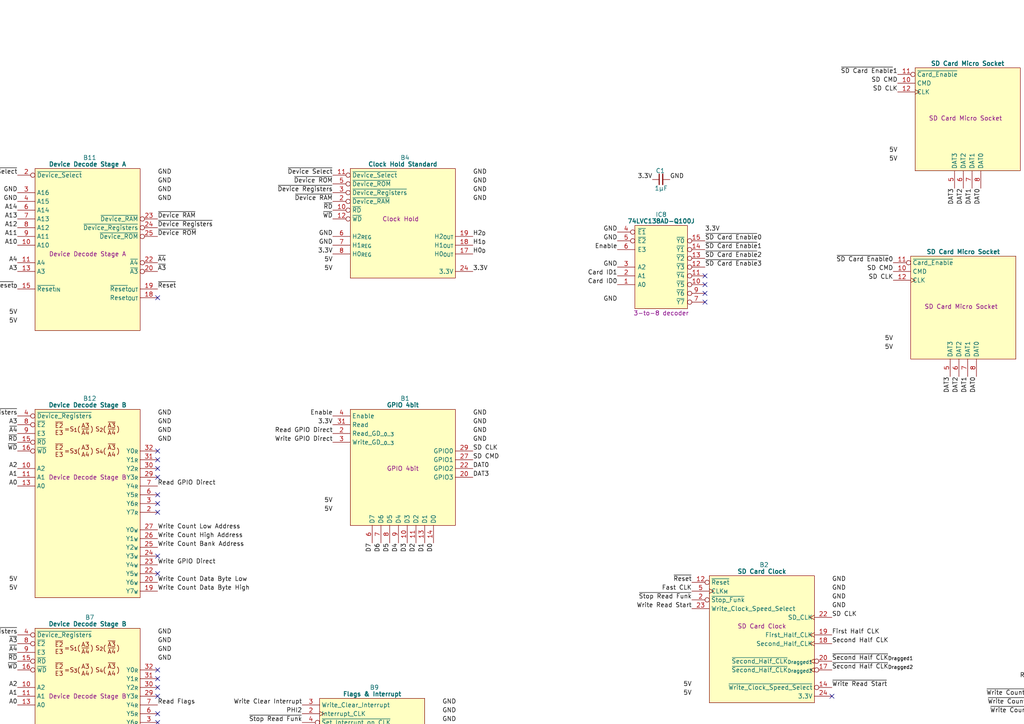
<source format=kicad_sch>
(kicad_sch (version 20231120) (generator "eeschema") (generator_version "8.0")
  (paper "A4")
  (lib_symbols
    (symbol "EDAC:395-098-520-350" (pin_names (offset 0.762))
      (property "Reference" "J" (at 11.43 6.35 0))
      (property "Value" "395-098-520-350" (at 11.43 3.81 0))
      (symbol "395-098-520-350_0_0"
        (pin passive line (at 22.86 0 180) (length 5.08) (name "A1") (number "A1"))
        (pin passive line (at 22.86 -22.86 180) (length 5.08) (name "A10") (number "A10"))
        (pin passive line (at 22.86 -25.4 180) (length 5.08) (name "A11") (number "A11"))
        (pin passive line (at 22.86 -27.94 180) (length 5.08) (name "A12") (number "A12"))
        (pin passive line (at 22.86 -30.48 180) (length 5.08) (name "A13") (number "A13"))
        (pin passive line (at 22.86 -33.02 180) (length 5.08) (name "A14") (number "A14"))
        (pin passive line (at 22.86 -35.56 180) (length 5.08) (name "A15") (number "A15"))
        (pin passive line (at 22.86 -38.1 180) (length 5.08) (name "A16") (number "A16"))
        (pin passive line (at 22.86 -40.64 180) (length 5.08) (name "A17") (number "A17"))
        (pin passive line (at 22.86 -43.18 180) (length 5.08) (name "A18") (number "A18"))
        (pin passive line (at 22.86 -45.72 180) (length 5.08) (name "A19") (number "A19"))
        (pin passive line (at 22.86 -2.54 180) (length 5.08) (name "A2") (number "A2"))
        (pin passive line (at 22.86 -48.26 180) (length 5.08) (name "A20") (number "A20"))
        (pin passive line (at 22.86 -50.8 180) (length 5.08) (name "A21") (number "A21"))
        (pin passive line (at 22.86 -53.34 180) (length 5.08) (name "A22") (number "A22"))
        (pin passive line (at 22.86 -55.88 180) (length 5.08) (name "A23") (number "A23"))
        (pin passive line (at 22.86 -58.42 180) (length 5.08) (name "A24") (number "A24"))
        (pin passive line (at 22.86 -60.96 180) (length 5.08) (name "A25") (number "A25"))
        (pin passive line (at 22.86 -63.5 180) (length 5.08) (name "A26") (number "A26"))
        (pin passive line (at 22.86 -66.04 180) (length 5.08) (name "A27") (number "A27"))
        (pin passive line (at 22.86 -68.58 180) (length 5.08) (name "A28") (number "A28"))
        (pin passive line (at 22.86 -71.12 180) (length 5.08) (name "A29") (number "A29"))
        (pin passive line (at 22.86 -5.08 180) (length 5.08) (name "A3") (number "A3"))
        (pin passive line (at 22.86 -73.66 180) (length 5.08) (name "A30") (number "A30"))
        (pin passive line (at 22.86 -76.2 180) (length 5.08) (name "A31") (number "A31"))
        (pin passive line (at 22.86 -7.62 180) (length 5.08) (name "A4") (number "A4"))
        (pin passive line (at 22.86 -10.16 180) (length 5.08) (name "A5") (number "A5"))
        (pin passive line (at 22.86 -12.7 180) (length 5.08) (name "A6") (number "A6"))
        (pin passive line (at 22.86 -15.24 180) (length 5.08) (name "A7") (number "A7"))
        (pin passive line (at 22.86 -17.78 180) (length 5.08) (name "A8") (number "A8"))
        (pin passive line (at 22.86 -20.32 180) (length 5.08) (name "A9") (number "A9"))
        (pin passive line (at 0 0 0) (length 5.08) (name "B1") (number "B1"))
        (pin passive line (at 0 -22.86 0) (length 5.08) (name "B10") (number "B10"))
        (pin passive line (at 0 -25.4 0) (length 5.08) (name "B11") (number "B11"))
        (pin passive line (at 0 -27.94 0) (length 5.08) (name "B12") (number "B12"))
        (pin passive line (at 0 -30.48 0) (length 5.08) (name "B13") (number "B13"))
        (pin passive line (at 0 -33.02 0) (length 5.08) (name "B14") (number "B14"))
        (pin passive line (at 0 -35.56 0) (length 5.08) (name "B15") (number "B15"))
        (pin passive line (at 0 -38.1 0) (length 5.08) (name "B16") (number "B16"))
        (pin passive line (at 0 -40.64 0) (length 5.08) (name "B17") (number "B17"))
        (pin passive line (at 0 -43.18 0) (length 5.08) (name "B18") (number "B18"))
        (pin passive line (at 0 -45.72 0) (length 5.08) (name "B19") (number "B19"))
        (pin passive line (at 0 -2.54 0) (length 5.08) (name "B2") (number "B2"))
        (pin passive line (at 0 -48.26 0) (length 5.08) (name "B20") (number "B20"))
        (pin passive line (at 0 -50.8 0) (length 5.08) (name "B21") (number "B21"))
        (pin passive line (at 0 -53.34 0) (length 5.08) (name "B22") (number "B22"))
        (pin passive line (at 0 -55.88 0) (length 5.08) (name "B23") (number "B23"))
        (pin passive line (at 0 -58.42 0) (length 5.08) (name "B24") (number "B24"))
        (pin passive line (at 0 -60.96 0) (length 5.08) (name "B25") (number "B25"))
        (pin passive line (at 0 -63.5 0) (length 5.08) (name "B26") (number "B26"))
        (pin passive line (at 0 -66.04 0) (length 5.08) (name "B27") (number "B27"))
        (pin passive line (at 0 -68.58 0) (length 5.08) (name "B28") (number "B28"))
        (pin passive line (at 0 -71.12 0) (length 5.08) (name "B29") (number "B29"))
        (pin passive line (at 0 -5.08 0) (length 5.08) (name "B3") (number "B3"))
        (pin passive line (at 0 -73.66 0) (length 5.08) (name "B30") (number "B30"))
        (pin passive line (at 0 -76.2 0) (length 5.08) (name "B31") (number "B31"))
        (pin passive line (at 0 -7.62 0) (length 5.08) (name "B4") (number "B4"))
        (pin passive line (at 0 -10.16 0) (length 5.08) (name "B5") (number "B5"))
        (pin passive line (at 0 -12.7 0) (length 5.08) (name "B6") (number "B6"))
        (pin passive line (at 0 -15.24 0) (length 5.08) (name "B7") (number "B7"))
        (pin passive line (at 0 -17.78 0) (length 5.08) (name "B8") (number "B8"))
        (pin passive line (at 0 -20.32 0) (length 5.08) (name "B9") (number "B9"))
        (pin passive line (at 22.86 -78.74 180) (length 5.08) (name "C1") (number "C1"))
        (pin passive line (at 22.86 -101.6 180) (length 5.08) (name "C10") (number "C10"))
        (pin passive line (at 22.86 -104.14 180) (length 5.08) (name "C11") (number "C11"))
        (pin passive line (at 22.86 -106.68 180) (length 5.08) (name "C12") (number "C12"))
        (pin passive line (at 22.86 -109.22 180) (length 5.08) (name "C13") (number "C13"))
        (pin passive line (at 22.86 -111.76 180) (length 5.08) (name "C14") (number "C14"))
        (pin passive line (at 22.86 -114.3 180) (length 5.08) (name "C15") (number "C15"))
        (pin passive line (at 22.86 -116.84 180) (length 5.08) (name "C16") (number "C16"))
        (pin passive line (at 22.86 -119.38 180) (length 5.08) (name "C17") (number "C17"))
        (pin passive line (at 22.86 -121.92 180) (length 5.08) (name "C18") (number "C18"))
        (pin passive line (at 22.86 -81.28 180) (length 5.08) (name "C2") (number "C2"))
        (pin passive line (at 22.86 -83.82 180) (length 5.08) (name "C3") (number "C3"))
        (pin passive line (at 22.86 -86.36 180) (length 5.08) (name "C4") (number "C4"))
        (pin passive line (at 22.86 -88.9 180) (length 5.08) (name "C5") (number "C5"))
        (pin passive line (at 22.86 -91.44 180) (length 5.08) (name "C6") (number "C6"))
        (pin passive line (at 22.86 -93.98 180) (length 5.08) (name "C7") (number "C7"))
        (pin passive line (at 22.86 -96.52 180) (length 5.08) (name "C8") (number "C8"))
        (pin passive line (at 22.86 -99.06 180) (length 5.08) (name "C9") (number "C9"))
        (pin passive line (at 0 -78.74 0) (length 5.08) (name "D1") (number "D1"))
        (pin passive line (at 0 -101.6 0) (length 5.08) (name "D10") (number "D10"))
        (pin passive line (at 0 -104.14 0) (length 5.08) (name "D11") (number "D11"))
        (pin passive line (at 0 -106.68 0) (length 5.08) (name "D12") (number "D12"))
        (pin passive line (at 0 -109.22 0) (length 5.08) (name "D13") (number "D13"))
        (pin passive line (at 0 -111.76 0) (length 5.08) (name "D14") (number "D14"))
        (pin passive line (at 0 -114.3 0) (length 5.08) (name "D15") (number "D15"))
        (pin passive line (at 0 -116.84 0) (length 5.08) (name "D16") (number "D16"))
        (pin passive line (at 0 -119.38 0) (length 5.08) (name "D17") (number "D17"))
        (pin passive line (at 0 -121.92 0) (length 5.08) (name "D18") (number "D18"))
        (pin passive line (at 0 -81.28 0) (length 5.08) (name "D2") (number "D2"))
        (pin passive line (at 0 -83.82 0) (length 5.08) (name "D3") (number "D3"))
        (pin passive line (at 0 -86.36 0) (length 5.08) (name "D4") (number "D4"))
        (pin passive line (at 0 -88.9 0) (length 5.08) (name "D5") (number "D5"))
        (pin passive line (at 0 -91.44 0) (length 5.08) (name "D6") (number "D6"))
        (pin passive line (at 0 -93.98 0) (length 5.08) (name "D7") (number "D7"))
        (pin passive line (at 0 -96.52 0) (length 5.08) (name "D8") (number "D8"))
        (pin passive line (at 0 -99.06 0) (length 5.08) (name "D9") (number "D9"))
      )
      (symbol "395-098-520-350_1_1"
        (text "Edge connector 36pin + 60pin" (at 11.43 -125.73 0) (effects (font (size 1.27 1.27))))
      )
    )
    (symbol "HCP65:C_0805" (pin_numbers hide) (pin_names (offset 0.254) hide)
      (property "Reference" "C" (at 2.286 2.54 0))
      (property "Value" "?μF" (at 2.54 -2.54 0))
      (symbol "C_0805_1_1"
        (pin passive line (at 0 0 0) (length 2.032) (name "~") (number "1"))
        (pin passive line (at 5.08 0 180) (length 2.032) (name "~") (number "2"))
      )
    )
    (symbol "HCP65:C_Radial_D4.0mm_P2.00mm" (pin_numbers hide) (pin_names (offset 0.254))
      (property "Reference" "C" (at 0.635 2.54 0))
      (property "Value" "?μF" (at 0.635 -2.54 0))
      (symbol "C_Radial_D4.0mm_P2.00mm_1_1"
        (pin passive line (at 0 3.81 270) (length 2.794) (name "~") (number "1"))
        (pin passive line (at 0 -3.81 90) (length 2.794) (name "~") (number "2"))
      )
    )
    (symbol "HCP65:Clock_Hold_Standard"
      (property "Reference" "B" (at 15.875 5.08 0))
      (property "Value" "Clock Hold Standard" (at 15.24 3.175 0))
      (property "Description" "Clock Hold" (at 14.605 -12.7 0))
      (symbol "Clock_Hold_Standard_1_1"
        (pin passive line (at -5.08 -25.4 0) (length 5.08) hide (name "5V") (number "1"))
        (pin input inverted (at -5.08 -10.16 0) (length 5.08) (name "~{RD}") (number "10"))
        (pin input inverted (at -5.08 0 0) (length 5.08) (name "~{Device_Select}") (number "11"))
        (pin input inverted (at -5.08 -12.7 0) (length 5.08) (name "~{WD}") (number "12"))
        (pin passive line (at -5.08 -27.94 0) (length 5.08) hide (name "5V") (number "13"))
        (pin no_connect line (at -5.08 -15.24 0) (length 5.08) hide (name "N.C.") (number "14"))
        (pin no_connect line (at 35.56 -25.4 180) (length 5.08) hide (name "N.C.") (number "15"))
        (pin passive line (at 35.56 -5.08 180) (length 5.08) hide (name "GND") (number "16"))
        (pin output line (at 35.56 -22.86 180) (length 5.08) (name "H0_{OUT}") (number "17"))
        (pin output line (at 35.56 -20.32 180) (length 5.08) (name "H1_{OUT}") (number "18"))
        (pin output line (at 35.56 -17.78 180) (length 5.08) (name "H2_{OUT}") (number "19"))
        (pin input inverted (at -5.08 -7.62 0) (length 5.08) (name "~{Device_RAM}") (number "2"))
        (pin no_connect line (at 35.56 -12.7 180) (length 5.08) hide (name "N.C.") (number "20"))
        (pin passive line (at 35.56 -7.62 180) (length 5.08) hide (name "GND") (number "21"))
        (pin no_connect line (at 35.56 -10.16 180) (length 5.08) hide (name "N.C.") (number "22"))
        (pin no_connect line (at 35.56 -15.24 180) (length 5.08) hide (name "N.C.") (number "23"))
        (pin passive line (at 35.56 -27.94 180) (length 5.08) (name "3.3V") (number "24"))
        (pin input inverted (at -5.08 -5.08 0) (length 5.08) (name "~{Device_Registers}") (number "3"))
        (pin passive line (at 35.56 0 180) (length 5.08) hide (name "GND") (number "4"))
        (pin input inverted (at -5.08 -2.54 0) (length 5.08) (name "~{Device_ROM}") (number "5"))
        (pin input line (at -5.08 -17.78 0) (length 5.08) (name "H2_{REG}") (number "6"))
        (pin input line (at -5.08 -20.32 0) (length 5.08) (name "H1_{REG}") (number "7"))
        (pin input line (at -5.08 -22.86 0) (length 5.08) (name "H0_{REG}") (number "8"))
        (pin passive line (at 35.56 -2.54 180) (length 5.08) hide (name "GND") (number "9"))
      )
    )
    (symbol "HCP65:Device_Buffer"
      (property "Reference" "B" (at 15.875 5.08 0))
      (property "Value" "Device Buffer" (at 15.24 3.175 0))
      (property "Description" "Device Buffer" (at 15.24 -43.18 0))
      (symbol "Device_Buffer_1_0"
        (pin passive line (at 35.56 -5.08 180) (length 5.08) hide (name "GND") (number "42"))
        (pin output line (at 35.56 -38.1 180) (length 5.08) (name "A10") (number "53"))
        (pin output line (at 35.56 -40.64 180) (length 5.08) (name "A9") (number "54"))
      )
      (symbol "Device_Buffer_1_1"
        (pin input line (at -5.08 -63.5 0) (length 5.08) (name "A0_{IN}") (number "1"))
        (pin passive line (at 35.56 0 180) (length 5.08) hide (name "GND") (number "10"))
        (pin input line (at -5.08 -43.18 0) (length 5.08) (name "A8_{IN}") (number "11"))
        (pin input line (at -5.08 -40.64 0) (length 5.08) (name "A9_{IN}") (number "12"))
        (pin input line (at -5.08 -38.1 0) (length 5.08) (name "A10_{IN}") (number "13"))
        (pin input line (at -5.08 -35.56 0) (length 5.08) (name "A11_{IN}") (number "14"))
        (pin input line (at -5.08 -33.02 0) (length 5.08) (name "A12_{IN}") (number "15"))
        (pin input line (at -5.08 -30.48 0) (length 5.08) (name "A13_{IN}") (number "16"))
        (pin input line (at -5.08 -27.94 0) (length 5.08) (name "A14_{IN}") (number "17"))
        (pin input line (at -5.08 -25.4 0) (length 5.08) (name "A15_{IN}") (number "18"))
        (pin input line (at -5.08 -22.86 0) (length 5.08) (name "A16_{IN}") (number "19"))
        (pin input line (at -5.08 -60.96 0) (length 5.08) (name "A1_{IN}") (number "2"))
        (pin input inverted (at -5.08 -12.7 0) (length 5.08) (name "~{RD}_{IN}") (number "20"))
        (pin input inverted (at -5.08 -15.24 0) (length 5.08) (name "~{WD}_{IN}") (number "21"))
        (pin input line (at -5.08 -17.78 0) (length 5.08) (name "S_{IN}") (number "22"))
        (pin passive line (at 35.56 -2.54 180) (length 5.08) hide (name "GND") (number "23"))
        (pin tri_state line (at -5.08 -86.36 0) (length 5.08) (name "D7_{IN/OUT}") (number "24"))
        (pin tri_state line (at -5.08 -83.82 0) (length 5.08) (name "D6_{IN/OUT}") (number "25"))
        (pin tri_state line (at -5.08 -81.28 0) (length 5.08) (name "D5_{IN/OUT}") (number "26"))
        (pin tri_state line (at -5.08 -78.74 0) (length 5.08) (name "D4_{IN/OUT}") (number "27"))
        (pin tri_state line (at -5.08 -76.2 0) (length 5.08) (name "D3_{IN/OUT}") (number "28"))
        (pin tri_state line (at -5.08 -73.66 0) (length 5.08) (name "D2_{IN/OUT}") (number "29"))
        (pin passive line (at -5.08 -88.9 0) (length 5.08) hide (name "5V") (number "3"))
        (pin tri_state line (at -5.08 -71.12 0) (length 5.08) (name "D1_{IN/OUT}") (number "30"))
        (pin tri_state line (at -5.08 -68.58 0) (length 5.08) (name "D0_{IN/OUT}") (number "31"))
        (pin input inverted (at -5.08 -10.16 0) (length 5.08) (name "Deivce_~{CS}_{IN}") (number "32"))
        (pin output inverted (at 35.56 -10.16 180) (length 5.08) (name "Deivce_~{CS}") (number "33"))
        (pin tri_state line (at 35.56 -68.58 180) (length 5.08) (name "D0") (number "34"))
        (pin passive line (at -5.08 -91.44 0) (length 5.08) hide (name "5V") (number "35"))
        (pin tri_state line (at 35.56 -71.12 180) (length 5.08) (name "D1") (number "36"))
        (pin tri_state line (at 35.56 -73.66 180) (length 5.08) (name "D2") (number "37"))
        (pin tri_state line (at 35.56 -76.2 180) (length 5.08) (name "D3") (number "38"))
        (pin tri_state line (at 35.56 -78.74 180) (length 5.08) (name "D4") (number "39"))
        (pin input line (at -5.08 -58.42 0) (length 5.08) (name "A2_{IN}") (number "4"))
        (pin tri_state line (at 35.56 -81.28 180) (length 5.08) (name "D5") (number "40"))
        (pin tri_state line (at 35.56 -83.82 180) (length 5.08) (name "D6") (number "41"))
        (pin tri_state line (at 35.56 -86.36 180) (length 5.08) (name "D7") (number "43"))
        (pin output line (at 35.56 -17.78 180) (length 5.08) (name "S") (number "44"))
        (pin output inverted (at 35.56 -15.24 180) (length 5.08) (name "~{WD}") (number "45"))
        (pin output inverted (at 35.56 -12.7 180) (length 5.08) (name "~{RD}") (number "46"))
        (pin output line (at 35.56 -22.86 180) (length 5.08) (name "A16") (number "47"))
        (pin output line (at 35.56 -25.4 180) (length 5.08) (name "A15") (number "48"))
        (pin output line (at 35.56 -27.94 180) (length 5.08) (name "A14") (number "49"))
        (pin input line (at -5.08 -55.88 0) (length 5.08) (name "A3_{IN}") (number "5"))
        (pin output line (at 35.56 -30.48 180) (length 5.08) (name "A13") (number "50"))
        (pin output line (at 35.56 -33.02 180) (length 5.08) (name "A12") (number "51"))
        (pin output line (at 35.56 -35.56 180) (length 5.08) (name "A11") (number "52"))
        (pin passive line (at 35.56 -7.62 180) (length 5.08) hide (name "GND") (number "55"))
        (pin output line (at 35.56 -43.18 180) (length 5.08) (name "A8") (number "56"))
        (pin output line (at 35.56 -45.72 180) (length 5.08) (name "A7") (number "57"))
        (pin output line (at 35.56 -48.26 180) (length 5.08) (name "A6") (number "58"))
        (pin output line (at 35.56 -50.8 180) (length 5.08) (name "A5") (number "59"))
        (pin input line (at -5.08 -53.34 0) (length 5.08) (name "A4_{IN}") (number "6"))
        (pin output line (at 35.56 -53.34 180) (length 5.08) (name "A4") (number "60"))
        (pin output line (at 35.56 -55.88 180) (length 5.08) (name "A3") (number "61"))
        (pin output line (at 35.56 -58.42 180) (length 5.08) (name "A2") (number "62"))
        (pin output line (at 35.56 -60.96 180) (length 5.08) (name "A1") (number "63"))
        (pin output line (at 35.56 -63.5 180) (length 5.08) (name "A0") (number "64"))
        (pin input line (at -5.08 -50.8 0) (length 5.08) (name "A5_{IN}") (number "7"))
        (pin input line (at -5.08 -48.26 0) (length 5.08) (name "A6_{IN}") (number "8"))
        (pin input line (at -5.08 -45.72 0) (length 5.08) (name "A7_{IN}") (number "9"))
      )
    )
    (symbol "HCP65:Device_Decode_Stage_A"
      (property "Reference" "B" (at 15.875 5.08 0))
      (property "Value" "Device Decode Stage A" (at 15.24 3.175 0))
      (property "Description" "Device Decode Stage A" (at 15.24 -22.86 0))
      (symbol "Device_Decode_Stage_A_1_0"
        (pin output line (at 35.56 -35.56 180) (length 5.08) (name "Reset_{OUT}") (number "18"))
        (pin output line (at 35.56 -33.02 180) (length 5.08) (name "~{Reset}_{OUT}") (number "19"))
        (pin output inverted (at 35.56 -27.94 180) (length 5.08) (name "~{A3}") (number "20"))
        (pin passive line (at 35.56 -7.62 180) (length 5.08) hide (name "GND") (number "28"))
      )
      (symbol "Device_Decode_Stage_A_1_1"
        (pin passive line (at -5.08 -40.64 0) (length 5.08) hide (name "5V") (number "1"))
        (pin input line (at -5.08 -20.32 0) (length 5.08) (name "A10") (number "10"))
        (pin input line (at -5.08 -25.4 0) (length 5.08) (name "A4") (number "11"))
        (pin passive line (at 35.56 -2.54 180) (length 5.08) hide (name "GND") (number "12"))
        (pin input line (at -5.08 -27.94 0) (length 5.08) (name "A3") (number "13"))
        (pin no_connect inverted (at 35.56 -10.16 180) (length 5.08) hide (name "N.C.") (number "14"))
        (pin input line (at -5.08 -33.02 0) (length 5.08) (name "~{Reset}_{IN}") (number "15"))
        (pin no_connect inverted (at 35.56 -20.32 180) (length 5.08) hide (name "N.C.") (number "16"))
        (pin passive line (at -5.08 -43.18 0) (length 5.08) hide (name "5V") (number "17"))
        (pin input inverted (at -5.08 0 0) (length 5.08) (name "~{Device_Select}") (number "2"))
        (pin passive line (at 35.56 -5.08 180) (length 5.08) hide (name "GND") (number "21"))
        (pin output inverted (at 35.56 -25.4 180) (length 5.08) (name "~{A4}") (number "22"))
        (pin output inverted (at 35.56 -12.7 180) (length 5.08) (name "~{Device_RAM}") (number "23"))
        (pin output inverted (at 35.56 -15.24 180) (length 5.08) (name "~{Device_Registers}") (number "24"))
        (pin output inverted (at 35.56 -17.78 180) (length 5.08) (name "~{Device_ROM}") (number "25"))
        (pin no_connect inverted (at -5.08 -30.48 0) (length 5.08) hide (name "N.C.") (number "26"))
        (pin no_connect inverted (at 35.56 -30.48 180) (length 5.08) hide (name "N.C.") (number "27"))
        (pin no_connect inverted (at -5.08 -35.56 0) (length 5.08) hide (name "N.C.") (number "29"))
        (pin input line (at -5.08 -5.08 0) (length 5.08) (name "A16") (number "3"))
        (pin no_connect inverted (at 35.56 -40.64 180) (length 5.08) hide (name "N.C.") (number "30"))
        (pin no_connect inverted (at 35.56 -38.1 180) (length 5.08) hide (name "N.C.") (number "31"))
        (pin no_connect inverted (at 35.56 -43.18 180) (length 5.08) hide (name "N.C.") (number "32"))
        (pin input line (at -5.08 -7.62 0) (length 5.08) (name "A15") (number "4"))
        (pin passive line (at 35.56 0 180) (length 5.08) hide (name "GND") (number "5"))
        (pin input line (at -5.08 -10.16 0) (length 5.08) (name "A14") (number "6"))
        (pin input line (at -5.08 -12.7 0) (length 5.08) (name "A13") (number "7"))
        (pin input line (at -5.08 -15.24 0) (length 5.08) (name "A12") (number "8"))
        (pin input line (at -5.08 -17.78 0) (length 5.08) (name "A11") (number "9"))
      )
    )
    (symbol "HCP65:Device_Decode_Stage_B"
      (property "Reference" "B" (at 15.875 5.08 0))
      (property "Value" "Device Decode Stage B" (at 15.24 3.175 0))
      (property "Description" "Device Decode Stage B" (at 15.24 -17.78 0))
      (symbol "Device_Decode_Stage_B_1_1"
        (text ")" (at 16.51 -10.16 0) (effects (font (size 1.27 1.27))))
        (text ")" (at 16.51 -3.81 0) (effects (font (size 1.27 1.27))))
        (text ")" (at 24.13 -10.16 0) (effects (font (size 1.27 1.27))))
        (text ")" (at 24.13 -3.81 0) (effects (font (size 1.27 1.27))))
        (text "=S_{1}(" (at 10.795 -3.81 0) (effects (font (size 1.27 1.27))))
        (text "=S_{3}(" (at 10.795 -10.16 0) (effects (font (size 1.27 1.27))))
        (text "A3\nA4" (at 14.605 -10.16 0) (effects (font (size 1.27 1.27))))
        (text "A3\n~{A4}" (at 14.605 -3.81 0) (effects (font (size 1.27 1.27))))
        (text "S_{2}(" (at 19.05 -3.81 0) (effects (font (size 1.27 1.27))))
        (text "S_{4}(" (at 19.05 -10.16 0) (effects (font (size 1.27 1.27))))
        (text "~{A3}\nA4" (at 22.225 -10.16 0) (effects (font (size 1.27 1.27))))
        (text "~{A3}\n~{A4}" (at 22.225 -3.81 0) (effects (font (size 1.27 1.27))))
        (text "~{E2}\nE3" (at 6.985 -10.16 0) (effects (font (size 1.27 1.27))))
        (text "~{E2}\nE3" (at 6.985 -3.81 0) (effects (font (size 1.27 1.27))))
        (pin passive line (at -5.08 -48.26 0) (length 5.08) hide (name "5V") (number "1"))
        (pin input line (at -5.08 -15.24 0) (length 5.08) (name "A2") (number "10"))
        (pin input line (at -5.08 -17.78 0) (length 5.08) (name "A1") (number "11"))
        (pin passive line (at 35.56 -2.54 180) (length 5.08) hide (name "GND") (number "12"))
        (pin input line (at -5.08 -20.32 0) (length 5.08) (name "A0") (number "13"))
        (pin no_connect line (at -5.08 -43.18 0) (length 5.08) hide (name "N.C.") (number "14"))
        (pin input inverted (at -5.08 -7.62 0) (length 5.08) (name "~{RD}") (number "15"))
        (pin input inverted (at -5.08 -10.16 0) (length 5.08) (name "~{WD}") (number "16"))
        (pin passive line (at -5.08 -50.8 0) (length 5.08) hide (name "5V") (number "17"))
        (pin no_connect line (at -5.08 -45.72 0) (length 5.08) hide (name "N.C.") (number "18"))
        (pin output line (at 35.56 -50.8 180) (length 5.08) (name "Y7_{W}") (number "19"))
        (pin output line (at 35.56 -27.94 180) (length 5.08) (name "Y7_{R}") (number "2"))
        (pin output line (at 35.56 -48.26 180) (length 5.08) (name "Y6_{W}") (number "20"))
        (pin passive line (at 35.56 -5.08 180) (length 5.08) hide (name "GND") (number "21"))
        (pin output line (at 35.56 -45.72 180) (length 5.08) (name "Y5_{W}") (number "22"))
        (pin output line (at 35.56 -43.18 180) (length 5.08) (name "Y4_{W}") (number "23"))
        (pin output line (at 35.56 -40.64 180) (length 5.08) (name "Y3_{W}") (number "24"))
        (pin output line (at 35.56 -38.1 180) (length 5.08) (name "Y2_{W}") (number "25"))
        (pin output line (at 35.56 -35.56 180) (length 5.08) (name "Y1_{W}") (number "26"))
        (pin output line (at 35.56 -33.02 180) (length 5.08) (name "Y0_{W}") (number "27"))
        (pin passive line (at 35.56 -7.62 180) (length 5.08) hide (name "GND") (number "28"))
        (pin output line (at 35.56 -17.78 180) (length 5.08) (name "Y3_{R}") (number "29"))
        (pin output line (at 35.56 -25.4 180) (length 5.08) (name "Y6_{R}") (number "3"))
        (pin output line (at 35.56 -15.24 180) (length 5.08) (name "Y2_{R}") (number "30"))
        (pin output line (at 35.56 -12.7 180) (length 5.08) (name "Y1_{R}") (number "31"))
        (pin output line (at 35.56 -10.16 180) (length 5.08) (name "Y0_{R}") (number "32"))
        (pin input inverted (at -5.08 0 0) (length 5.08) (name "~{Device_Registers}") (number "4"))
        (pin passive line (at 35.56 0 180) (length 5.08) hide (name "GND") (number "5"))
        (pin output line (at 35.56 -22.86 180) (length 5.08) (name "Y5_{R}") (number "6"))
        (pin output line (at 35.56 -20.32 180) (length 5.08) (name "Y4_{R}") (number "7"))
        (pin input inverted (at -5.08 -2.54 0) (length 5.08) (name "~{E2}") (number "8"))
        (pin input line (at -5.08 -5.08 0) (length 5.08) (name "E3") (number "9"))
      )
    )
    (symbol "HCP65:Flags_Interrupt"
      (property "Reference" "B" (at 15.875 5.08 0))
      (property "Value" "Flags & Interrupt" (at 15.24 3.175 0))
      (property "Description" "Flags & Interrupt" (at 15.24 -20.32 0))
      (symbol "Flags_Interrupt_1_1"
        (pin passive line (at -5.08 -38.1 0) (length 5.08) hide (name "5V") (number "1"))
        (pin input line (at 8.89 -48.26 90) (length 5.08) (name "D5") (number "10"))
        (pin input line (at 11.43 -48.26 90) (length 5.08) (name "D4") (number "11"))
        (pin passive line (at 35.56 -2.54 180) (length 5.08) hide (name "GND") (number "12"))
        (pin input line (at 13.97 -48.26 90) (length 5.08) (name "D3") (number "13"))
        (pin input line (at 16.51 -48.26 90) (length 5.08) (name "D2") (number "14"))
        (pin input line (at 19.05 -48.26 90) (length 5.08) (name "D1") (number "15"))
        (pin input line (at 21.59 -48.26 90) (length 5.08) (name "D0") (number "16"))
        (pin passive line (at -5.08 -40.64 0) (length 5.08) hide (name "5V") (number "17"))
        (pin output line (at 35.56 -20.32 180) (length 5.08) (name "F0") (number "18"))
        (pin output line (at 35.56 -22.86 180) (length 5.08) (name "F1") (number "19"))
        (pin input clock (at -5.08 -2.54 0) (length 5.08) (name "Interrupt_CLK") (number "2"))
        (pin output line (at 35.56 -25.4 180) (length 5.08) (name "F2") (number "20"))
        (pin passive line (at 35.56 -5.08 180) (length 5.08) hide (name "GND") (number "21"))
        (pin output line (at 35.56 -27.94 180) (length 5.08) (name "F3") (number "22"))
        (pin output line (at 35.56 -30.48 180) (length 5.08) (name "F4") (number "23"))
        (pin output line (at 35.56 -33.02 180) (length 5.08) (name "F5") (number "24"))
        (pin no_connect line (at 35.56 -35.56 180) (length 5.08) hide (name "N.C.") (number "25"))
        (pin output inverted (at 35.56 -12.7 180) (length 5.08) (name "~{Enable}") (number "26"))
        (pin output line (at 35.56 -10.16 180) (length 5.08) (name "Enable") (number "27"))
        (pin passive line (at 35.56 -7.62 180) (length 5.08) hide (name "GND") (number "28"))
        (pin output inverted (at 35.56 -15.24 180) (length 5.08) (name "~{INT}") (number "29"))
        (pin input line (at -5.08 0 0) (length 5.08) (name "Write_Clear_Interrupt") (number "3"))
        (pin output line (at 35.56 -38.1 180) (length 5.08) (name "INT") (number "30"))
        (pin no_connect line (at 35.56 -40.64 180) (length 5.08) hide (name "N.C.") (number "31"))
        (pin no_connect line (at 35.56 -17.78 180) (length 5.08) hide (name "N.C.") (number "32"))
        (pin input inverted (at -5.08 -5.08 0) (length 5.08) (name "~{Set_Interrupt_on_CLK}") (number "4"))
        (pin passive line (at 35.56 0 180) (length 5.08) hide (name "GND") (number "5"))
        (pin input line (at -5.08 -7.62 0) (length 5.08) (name "Read_Flags") (number "6"))
        (pin input line (at -5.08 -10.16 0) (length 5.08) (name "Write_Flags") (number "7"))
        (pin input line (at 3.81 -48.26 90) (length 5.08) (name "D7") (number "8"))
        (pin input line (at 6.35 -48.26 90) (length 5.08) (name "D6") (number "9"))
      )
    )
    (symbol "HCP65:GPIO_4bit"
      (property "Reference" "B" (at 15.875 5.08 0))
      (property "Value" "GPIO 4bit" (at 15.24 3.175 0))
      (property "Description" "GPIO 4bit" (at 15.24 -15.24 0))
      (symbol "GPIO_4bit_1_1"
        (pin passive line (at -5.08 -25.4 0) (length 5.08) hide (name "5V") (number "1"))
        (pin tri_state line (at 16.51 -36.83 90) (length 5.08) (name "D3") (number "10"))
        (pin tri_state line (at 19.05 -36.83 90) (length 5.08) (name "D2") (number "11"))
        (pin passive line (at 35.56 -2.54 180) (length 5.08) hide (name "GND") (number "12"))
        (pin tri_state line (at 21.59 -36.83 90) (length 5.08) (name "D1") (number "13"))
        (pin tri_state line (at 24.13 -36.83 90) (length 5.08) (name "D0") (number "14"))
        (pin no_connect line (at 35.56 -25.4 180) (length 5.08) hide (name "N.C.") (number "15"))
        (pin no_connect line (at -5.08 -10.16 0) (length 5.08) hide (name "N.C.") (number "16"))
        (pin passive line (at -5.08 -27.94 0) (length 5.08) hide (name "5V") (number "17"))
        (pin no_connect line (at -5.08 -12.7 0) (length 5.08) hide (name "N.C.") (number "18"))
        (pin no_connect line (at -5.08 -15.24 0) (length 5.08) hide (name "N.C.") (number "19"))
        (pin input line (at -5.08 -5.08 0) (length 5.08) (name "Read_GD__{0..3}") (number "2"))
        (pin tri_state line (at 35.56 -17.78 180) (length 5.08) (name "GPIO3") (number "20"))
        (pin passive line (at 35.56 -5.08 180) (length 5.08) hide (name "GND") (number "21"))
        (pin tri_state line (at 35.56 -15.24 180) (length 5.08) (name "GPIO2") (number "22"))
        (pin no_connect line (at -5.08 -17.78 0) (length 5.08) hide (name "N.C.") (number "23"))
        (pin no_connect line (at -5.08 -20.32 0) (length 5.08) hide (name "N.C.") (number "24"))
        (pin no_connect line (at -5.08 -22.86 0) (length 5.08) hide (name "N.C.") (number "25"))
        (pin no_connect line (at 35.56 -20.32 180) (length 5.08) hide (name "N.C.") (number "26"))
        (pin tri_state line (at 35.56 -12.7 180) (length 5.08) (name "GPIO1") (number "27"))
        (pin passive line (at 35.56 -7.62 180) (length 5.08) hide (name "GND") (number "28"))
        (pin tri_state line (at 35.56 -10.16 180) (length 5.08) (name "GPIO0") (number "29"))
        (pin input line (at -5.08 -7.62 0) (length 5.08) (name "Write_GD__{0..3}") (number "3"))
        (pin no_connect line (at 35.56 -22.86 180) (length 5.08) hide (name "N.C.") (number "30"))
        (pin input line (at -5.08 -2.54 0) (length 5.08) (name "Read") (number "31"))
        (pin no_connect line (at 35.56 -27.94 180) (length 5.08) hide (name "N.C.") (number "32"))
        (pin input line (at -5.08 0 0) (length 5.08) (name "Enable") (number "4"))
        (pin passive line (at 35.56 0 180) (length 5.08) hide (name "GND") (number "5"))
        (pin tri_state line (at 6.35 -36.83 90) (length 5.08) (name "D7") (number "6"))
        (pin tri_state line (at 8.89 -36.83 90) (length 5.08) (name "D6") (number "7"))
        (pin tri_state line (at 11.43 -36.83 90) (length 5.08) (name "D5") (number "8"))
        (pin tri_state line (at 13.97 -36.83 90) (length 5.08) (name "D4") (number "9"))
      )
    )
    (symbol "HCP65:LED" (pin_numbers hide) (pin_names (offset 0.254) hide)
      (property "Reference" "LED" (at 0 3.175 0))
      (property "Value" "Colour" (at 0 -2.54 0))
      (symbol "LED_1_1"
        (pin passive line (at -2.54 0 0) (length 1.778) (name "K") (number "1"))
        (pin passive line (at 2.54 0 180) (length 1.778) (name "A") (number "2"))
      )
    )
    (symbol "HCP65:Main_Memory_Address"
      (property "Reference" "B" (at 15.875 5.08 0))
      (property "Value" "Main Memory Address" (at 15.24 3.175 0))
      (property "Description" "Main Memory Address" (at 15.24 -7.62 0))
      (symbol "Main_Memory_Address_1_0"
        (pin input line (at -5.08 -76.2 0) (length 5.08) (name "A0") (number "32"))
        (pin output line (at 35.56 -76.2 180) (length 5.08) (name "MA0") (number "33"))
        (pin output line (at 35.56 -73.66 180) (length 5.08) (name "MA1") (number "34"))
        (pin output line (at 35.56 -71.12 180) (length 5.08) (name "MA2") (number "36"))
        (pin output line (at 35.56 -68.58 180) (length 5.08) (name "MA3") (number "37"))
        (pin output line (at 35.56 -66.04 180) (length 5.08) (name "MA4") (number "38"))
        (pin output line (at 35.56 -63.5 180) (length 5.08) (name "MA5") (number "39"))
        (pin output line (at 35.56 -50.8 180) (length 5.08) (name "MA10") (number "45"))
        (pin output line (at 35.56 -27.94 180) (length 5.08) (name "MA19") (number "54"))
        (pin output line (at 35.56 -25.4 180) (length 5.08) (name "MA20") (number "56"))
        (pin output line (at 35.56 -22.86 180) (length 5.08) (name "MA21") (number "57"))
        (pin output line (at 35.56 -20.32 180) (length 5.08) (name "MA22") (number "58"))
        (pin output line (at 35.56 -17.78 180) (length 5.08) (name "MA23") (number "59"))
        (pin output inverted (at 35.56 -15.24 180) (length 5.08) (name "M~{WD}") (number "60"))
        (pin output inverted (at 35.56 -12.7 180) (length 5.08) (name "M~{RD}") (number "61"))
      )
      (symbol "Main_Memory_Address_1_1"
        (pin input inverted (at -5.08 0 0) (length 5.08) (name "~{Main_Access_Slot}") (number "1"))
        (pin passive line (at 35.56 0 180) (length 5.08) hide (name "GND") (number "10"))
        (pin input line (at -5.08 -27.94 0) (length 5.08) (name "A19") (number "11"))
        (pin input line (at -5.08 -30.48 0) (length 5.08) (name "A18") (number "12"))
        (pin input line (at -5.08 -33.02 0) (length 5.08) (name "A17") (number "13"))
        (pin input line (at -5.08 -35.56 0) (length 5.08) (name "A16") (number "14"))
        (pin input line (at -5.08 -38.1 0) (length 5.08) (name "A15") (number "15"))
        (pin input line (at -5.08 -40.64 0) (length 5.08) (name "A14") (number "16"))
        (pin input line (at -5.08 -43.18 0) (length 5.08) (name "A13") (number "17"))
        (pin input line (at -5.08 -45.72 0) (length 5.08) (name "A12") (number "18"))
        (pin input line (at -5.08 -48.26 0) (length 5.08) (name "A11") (number "19"))
        (pin input inverted (at -5.08 -10.16 0) (length 5.08) (name "~{Main}") (number "2"))
        (pin input line (at -5.08 -50.8 0) (length 5.08) (name "A10") (number "20"))
        (pin input line (at -5.08 -53.34 0) (length 5.08) (name "A9") (number "21"))
        (pin input line (at -5.08 -55.88 0) (length 5.08) (name "A8") (number "22"))
        (pin passive line (at 35.56 -2.54 180) (length 5.08) hide (name "GND") (number "23"))
        (pin input line (at -5.08 -58.42 0) (length 5.08) (name "A7") (number "24"))
        (pin input line (at -5.08 -60.96 0) (length 5.08) (name "A6") (number "25"))
        (pin input line (at -5.08 -63.5 0) (length 5.08) (name "A5") (number "26"))
        (pin input line (at -5.08 -66.04 0) (length 5.08) (name "A4") (number "27"))
        (pin input line (at -5.08 -68.58 0) (length 5.08) (name "A3") (number "28"))
        (pin input line (at -5.08 -71.12 0) (length 5.08) (name "A2") (number "29"))
        (pin passive line (at -5.08 -81.28 0) (length 5.08) hide (name "5V") (number "3"))
        (pin input line (at -5.08 -78.74 0) (length 5.08) (name "S") (number "30"))
        (pin input line (at -5.08 -73.66 0) (length 5.08) (name "A1") (number "31"))
        (pin passive line (at -5.08 -83.82 0) (length 5.08) hide (name "5V") (number "35"))
        (pin input inverted (at -5.08 -12.7 0) (length 5.08) (name "~{RD}") (number "4"))
        (pin output line (at 35.56 -60.96 180) (length 5.08) (name "MA6") (number "40"))
        (pin output line (at 35.56 -58.42 180) (length 5.08) (name "MA7") (number "41"))
        (pin passive line (at 35.56 -5.08 180) (length 5.08) hide (name "GND") (number "42"))
        (pin output line (at 35.56 -55.88 180) (length 5.08) (name "MA8") (number "43"))
        (pin output line (at 35.56 -53.34 180) (length 5.08) (name "MA9") (number "44"))
        (pin output line (at 35.56 -48.26 180) (length 5.08) (name "MA11") (number "46"))
        (pin output line (at 35.56 -45.72 180) (length 5.08) (name "MA12") (number "47"))
        (pin output line (at 35.56 -43.18 180) (length 5.08) (name "MA13") (number "48"))
        (pin output line (at 35.56 -40.64 180) (length 5.08) (name "MA14") (number "49"))
        (pin input inverted (at -5.08 -15.24 0) (length 5.08) (name "~{WD}") (number "5"))
        (pin output line (at 35.56 -38.1 180) (length 5.08) (name "MA15") (number "50"))
        (pin output line (at 35.56 -35.56 180) (length 5.08) (name "MA16") (number "51"))
        (pin output line (at 35.56 -33.02 180) (length 5.08) (name "MA17") (number "52"))
        (pin output line (at 35.56 -30.48 180) (length 5.08) (name "MA18") (number "53"))
        (pin passive line (at 35.56 -7.62 180) (length 5.08) hide (name "GND") (number "55"))
        (pin input line (at -5.08 -17.78 0) (length 5.08) (name "A23") (number "6"))
        (pin output line (at 35.56 -78.74 180) (length 5.08) (name "MS") (number "62"))
        (pin no_connect inverted (at 35.56 -81.28 180) (length 5.08) hide (name "N.C.") (number "63"))
        (pin no_connect line (at 35.56 -83.82 180) (length 5.08) hide (name "N.C.") (number "64"))
        (pin input line (at -5.08 -20.32 0) (length 5.08) (name "A22") (number "7"))
        (pin input line (at -5.08 -22.86 0) (length 5.08) (name "A21") (number "8"))
        (pin input line (at -5.08 -25.4 0) (length 5.08) (name "A20") (number "9"))
      )
    )
    (symbol "HCP65:Main_Memory_Data"
      (property "Reference" "B" (at 15.875 5.08 0))
      (property "Value" "Main Memory Data" (at 15.24 3.175 0))
      (property "Description" "Main Memory Data" (at 14.605 -12.7 0))
      (symbol "Main_Memory_Data_1_0"
        (pin no_connect line (at 35.56 -38.1 180) (length 5.08) hide (name "N.C.") (number "32"))
      )
      (symbol "Main_Memory_Data_1_1"
        (pin passive line (at -5.08 -35.56 0) (length 5.08) hide (name "5V") (number "1"))
        (pin tri_state line (at -5.08 -17.78 0) (length 5.08) (name "D4") (number "10"))
        (pin tri_state line (at -5.08 -20.32 0) (length 5.08) (name "D3") (number "11"))
        (pin passive line (at 35.56 -2.54 180) (length 5.08) hide (name "GND") (number "12"))
        (pin tri_state line (at -5.08 -22.86 0) (length 5.08) (name "D2") (number "13"))
        (pin tri_state line (at -5.08 -25.4 0) (length 5.08) (name "D1") (number "14"))
        (pin tri_state line (at -5.08 -27.94 0) (length 5.08) (name "D0") (number "15"))
        (pin no_connect line (at -5.08 -30.48 0) (length 5.08) hide (name "N.C.") (number "16"))
        (pin passive line (at -5.08 -38.1 0) (length 5.08) hide (name "5V") (number "17"))
        (pin tri_state line (at 35.56 -27.94 180) (length 5.08) (name "MD0") (number "18"))
        (pin tri_state line (at 35.56 -25.4 180) (length 5.08) (name "MD1") (number "19"))
        (pin input inverted (at -5.08 0 0) (length 5.08) (name "~{Main_Access_Slot}") (number "2"))
        (pin tri_state line (at 35.56 -22.86 180) (length 5.08) (name "MD2") (number "20"))
        (pin passive line (at 35.56 -5.08 180) (length 5.08) hide (name "GND") (number "21"))
        (pin tri_state line (at 35.56 -20.32 180) (length 5.08) (name "MD3") (number "22"))
        (pin tri_state line (at 35.56 -17.78 180) (length 5.08) (name "MD4") (number "23"))
        (pin tri_state line (at 35.56 -15.24 180) (length 5.08) (name "MD5") (number "24"))
        (pin tri_state line (at 35.56 -12.7 180) (length 5.08) (name "MD6") (number "25"))
        (pin tri_state line (at 35.56 -10.16 180) (length 5.08) (name "MD7") (number "26"))
        (pin no_connect line (at -5.08 -33.02 0) (length 5.08) hide (name "N.C.") (number "27"))
        (pin passive line (at 35.56 -7.62 180) (length 5.08) hide (name "GND") (number "28"))
        (pin no_connect line (at 35.56 -30.48 180) (length 5.08) hide (name "N.C.") (number "29"))
        (pin input inverted (at -5.08 -2.54 0) (length 5.08) (name "~{Main}") (number "3"))
        (pin no_connect line (at 35.56 -33.02 180) (length 5.08) hide (name "N.C.") (number "30"))
        (pin no_connect line (at 35.56 -35.56 180) (length 5.08) hide (name "N.C.") (number "31"))
        (pin input inverted (at -5.08 -5.08 0) (length 5.08) (name "~{RD}") (number "4"))
        (pin passive line (at 35.56 0 180) (length 5.08) hide (name "GND") (number "5"))
        (pin input inverted (at -5.08 -7.62 0) (length 5.08) (name "~{WD}") (number "6"))
        (pin tri_state line (at -5.08 -10.16 0) (length 5.08) (name "D7") (number "7"))
        (pin tri_state line (at -5.08 -12.7 0) (length 5.08) (name "D6") (number "8"))
        (pin tri_state line (at -5.08 -15.24 0) (length 5.08) (name "D5") (number "9"))
      )
    )
    (symbol "HCP65:MountingHole_Pad" (pin_numbers hide) (pin_names (offset 1.016) hide)
      (property "Reference" "H" (at 0 4.445 0))
      (symbol "MountingHole_Pad_1_1"
        (pin passive line (at 0 -2.54 90) (length 2.54) (name "GND") (number "1"))
      )
    )
    (symbol "HCP65:R_0805" (pin_numbers hide) (pin_names hide)
      (property "Reference" "R" (at 2.54 1.778 0))
      (property "Value" "?Ω" (at 2.54 -1.905 0))
      (symbol "R_0805_1_1"
        (pin passive line (at 0 0 0) (length 0.72) (name "~") (number "1"))
        (pin passive line (at 5.08 0 180) (length 0.72) (name "~") (number "2"))
      )
    )
    (symbol "HCP65:SD_Card_Clock"
      (property "Reference" "B" (at 15.875 5.08 0))
      (property "Value" "SD Card Clock" (at 15.24 3.175 0))
      (property "Description" "SD Card Clock" (at 15.24 -12.7 0))
      (symbol "SD_Card_Clock_1_1"
        (pin passive line (at -5.08 -30.48 0) (length 5.08) hide (name "5V") (number "1"))
        (pin no_connect line (at -5.08 -22.86 0) (length 5.08) hide (name "N.C.") (number "10"))
        (pin no_connect line (at -5.08 -25.4 0) (length 5.08) hide (name "N.C.") (number "11"))
        (pin input inverted (at -5.08 0 0) (length 5.08) (name "~{Reset}") (number "12"))
        (pin passive line (at -5.08 -33.02 0) (length 5.08) hide (name "5V") (number "13"))
        (pin output inverted (at 35.56 -30.48 180) (length 5.08) (name "~{Write_Clock_Speed_Select}") (number "14"))
        (pin no_connect line (at -5.08 -15.24 0) (length 5.08) hide (name "N.C.") (number "15"))
        (pin passive line (at 35.56 -5.08 180) (length 5.08) hide (name "GND") (number "16"))
        (pin output inverted_clock (at 35.56 -25.4 180) (length 5.08) (name "~{Second_Half_CLK}_{Dragged2}") (number "17"))
        (pin output clock (at 35.56 -17.78 180) (length 5.08) (name "Second_Half_CLK") (number "18"))
        (pin output clock (at 35.56 -15.24 180) (length 5.08) (name "First_Half_CLK") (number "19"))
        (pin input inverted (at -5.08 -5.08 0) (length 5.08) (name "~{Stop_Funk}") (number "2"))
        (pin output inverted_clock (at 35.56 -22.86 180) (length 5.08) (name "~{Second_Half_CLK}_{Dragged1}") (number "20"))
        (pin passive line (at 35.56 -7.62 180) (length 5.08) hide (name "GND") (number "21"))
        (pin tri_state clock (at 35.56 -10.16 180) (length 5.08) (name "SD_CLK") (number "22"))
        (pin input line (at -5.08 -7.62 0) (length 5.08) (name "Write_Clock_Speed_Select") (number "23"))
        (pin passive line (at 35.56 -33.02 180) (length 5.08) (name "3.3V") (number "24"))
        (pin no_connect line (at -5.08 -10.16 0) (length 5.08) hide (name "N.C.") (number "3"))
        (pin passive line (at 35.56 0 180) (length 5.08) hide (name "GND") (number "4"))
        (pin input clock (at -5.08 -2.54 0) (length 5.08) (name "CLK_{M}") (number "5"))
        (pin no_connect line (at -5.08 -12.7 0) (length 5.08) hide (name "N.C.") (number "6"))
        (pin no_connect line (at -5.08 -17.78 0) (length 5.08) hide (name "N.C.") (number "7"))
        (pin no_connect line (at -5.08 -20.32 0) (length 5.08) hide (name "N.C.") (number "8"))
        (pin passive line (at 35.56 -2.54 180) (length 5.08) hide (name "GND") (number "9"))
      )
    )
    (symbol "HCP65:SD_Card_Full_Socket"
      (property "Reference" "B" (at 15.875 5.08 0))
      (property "Value" "SD Card Full Socket" (at 15.24 3.175 0))
      (property "Description" "SD Card Full Socket" (at 14.605 -12.7 0))
      (symbol "SD_Card_Full_Socket_1_0"
        (pin no_connect line (at 35.56 -20.32 180) (length 5.08) hide (name "N.C.") (number "32"))
        (pin no_connect line (at 35.56 -35.56 180) (length 5.08) hide (name "N.C.") (number "39"))
        (pin no_connect line (at 35.56 -38.1 180) (length 5.08) hide (name "N.C.") (number "40"))
      )
      (symbol "SD_Card_Full_Socket_1_1"
        (pin no_connect line (at -5.08 -7.62 0) (length 5.08) hide (name "N.C.") (number "1"))
        (pin tri_state line (at 11.43 -50.8 90) (length 5.08) (name "DAT3") (number "10"))
        (pin tri_state line (at 13.97 -50.8 90) (length 5.08) (name "DAT2") (number "11"))
        (pin tri_state line (at 16.51 -50.8 90) (length 5.08) (name "DAT1") (number "12"))
        (pin tri_state line (at 19.05 -50.8 90) (length 5.08) (name "DAT0") (number "13"))
        (pin passive line (at 35.56 -2.54 180) (length 5.08) hide (name "GND") (number "14"))
        (pin input line (at -5.08 -2.54 0) (length 5.08) (name "CMD") (number "15"))
        (pin input inverted (at -5.08 0 0) (length 5.08) (name "~{Card_Enable}") (number "16"))
        (pin input clock (at -5.08 -5.08 0) (length 5.08) (name "CLK") (number "17"))
        (pin no_connect line (at -5.08 -25.4 0) (length 5.08) hide (name "N.C.") (number "18"))
        (pin no_connect line (at -5.08 -27.94 0) (length 5.08) hide (name "N.C.") (number "19"))
        (pin no_connect line (at -5.08 -10.16 0) (length 5.08) hide (name "N.C.") (number "2"))
        (pin no_connect line (at -5.08 -30.48 0) (length 5.08) hide (name "N.C.") (number "20"))
        (pin no_connect line (at -5.08 -33.02 0) (length 5.08) hide (name "N.C.") (number "21"))
        (pin no_connect line (at -5.08 -35.56 0) (length 5.08) hide (name "N.C.") (number "22"))
        (pin passive line (at -5.08 -43.18 0) (length 5.08) hide (name "5V") (number "23"))
        (pin no_connect line (at -5.08 -38.1 0) (length 5.08) hide (name "N.C.") (number "24"))
        (pin no_connect line (at 35.56 -40.64 180) (length 5.08) hide (name "N.C.") (number "25"))
        (pin no_connect line (at 35.56 -43.18 180) (length 5.08) hide (name "N.C.") (number "26"))
        (pin passive line (at 35.56 -5.08 180) (length 5.08) hide (name "GND") (number "27"))
        (pin no_connect line (at 35.56 -10.16 180) (length 5.08) hide (name "N.C.") (number "28"))
        (pin no_connect line (at 35.56 -12.7 180) (length 5.08) hide (name "N.C.") (number "29"))
        (pin passive line (at -5.08 -40.64 0) (length 5.08) hide (name "5V") (number "3"))
        (pin no_connect line (at 35.56 -15.24 180) (length 5.08) hide (name "N.C.") (number "30"))
        (pin no_connect line (at 35.56 -17.78 180) (length 5.08) hide (name "N.C.") (number "31"))
        (pin no_connect line (at 35.56 -22.86 180) (length 5.08) hide (name "N.C.") (number "33"))
        (pin passive line (at 35.56 -7.62 180) (length 5.08) hide (name "GND") (number "34"))
        (pin no_connect line (at 35.56 -25.4 180) (length 5.08) hide (name "N.C.") (number "35"))
        (pin no_connect line (at 35.56 -27.94 180) (length 5.08) hide (name "N.C.") (number "36"))
        (pin no_connect line (at 35.56 -30.48 180) (length 5.08) hide (name "N.C.") (number "37"))
        (pin no_connect line (at 35.56 -33.02 180) (length 5.08) hide (name "N.C.") (number "38"))
        (pin no_connect line (at -5.08 -12.7 0) (length 5.08) hide (name "N.C.") (number "4"))
        (pin no_connect line (at -5.08 -15.24 0) (length 5.08) hide (name "N.C.") (number "5"))
        (pin no_connect line (at -5.08 -17.78 0) (length 5.08) hide (name "N.C.") (number "6"))
        (pin passive line (at 35.56 0 180) (length 5.08) hide (name "GND") (number "7"))
        (pin no_connect line (at -5.08 -20.32 0) (length 5.08) hide (name "N.C.") (number "8"))
        (pin no_connect line (at -5.08 -22.86 0) (length 5.08) hide (name "N.C.") (number "9"))
      )
    )
    (symbol "HCP65:SD_Card_Micro_Socket"
      (property "Reference" "B" (at 15.875 5.08 0))
      (property "Value" "SD Card Micro Socket" (at 15.24 3.175 0))
      (property "Description" "SD Card Micro Socket" (at 14.605 -12.7 0))
      (symbol "SD_Card_Micro_Socket_1_1"
        (pin passive line (at -5.08 -22.86 0) (length 5.08) hide (name "5V") (number "1"))
        (pin input line (at -5.08 -2.54 0) (length 5.08) (name "CMD") (number "10"))
        (pin input inverted (at -5.08 0 0) (length 5.08) (name "~{Card_Enable}") (number "11"))
        (pin input clock (at -5.08 -5.08 0) (length 5.08) (name "CLK") (number "12"))
        (pin passive line (at -5.08 -25.4 0) (length 5.08) hide (name "5V") (number "13"))
        (pin no_connect line (at -5.08 -12.7 0) (length 5.08) hide (name "N.C.") (number "14"))
        (pin no_connect line (at -5.08 -15.24 0) (length 5.08) hide (name "N.C.") (number "15"))
        (pin passive line (at 35.56 -5.08 180) (length 5.08) hide (name "GND") (number "16"))
        (pin no_connect line (at -5.08 -17.78 0) (length 5.08) hide (name "N.C.") (number "17"))
        (pin no_connect line (at -5.08 -20.32 0) (length 5.08) hide (name "N.C.") (number "18"))
        (pin no_connect line (at 35.56 -10.16 180) (length 5.08) hide (name "N.C.") (number "19"))
        (pin no_connect line (at -5.08 -7.62 0) (length 5.08) hide (name "N.C.") (number "2"))
        (pin no_connect line (at 35.56 -12.7 180) (length 5.08) hide (name "N.C.") (number "20"))
        (pin passive line (at 35.56 -7.62 180) (length 5.08) hide (name "GND") (number "21"))
        (pin no_connect line (at 35.56 -15.24 180) (length 5.08) hide (name "N.C.") (number "22"))
        (pin no_connect line (at 35.56 -17.78 180) (length 5.08) hide (name "N.C.") (number "23"))
        (pin no_connect line (at 35.56 -20.32 180) (length 5.08) hide (name "N.C.") (number "24"))
        (pin no_connect line (at -5.08 -10.16 0) (length 5.08) hide (name "N.C.") (number "3"))
        (pin passive line (at 35.56 0 180) (length 5.08) hide (name "GND") (number "4"))
        (pin tri_state line (at 11.43 -33.02 90) (length 5.08) (name "DAT3") (number "5"))
        (pin tri_state line (at 13.97 -33.02 90) (length 5.08) (name "DAT2") (number "6"))
        (pin tri_state line (at 16.51 -33.02 90) (length 5.08) (name "DAT1") (number "7"))
        (pin tri_state line (at 19.05 -33.02 90) (length 5.08) (name "DAT0") (number "8"))
        (pin passive line (at 35.56 -2.54 180) (length 5.08) hide (name "GND") (number "9"))
      )
    )
    (symbol "HCP65:SD_Card_Read_Data"
      (property "Reference" "B" (at 15.875 5.08 0))
      (property "Value" "SD Card Read Data" (at 15.24 3.175 0))
      (property "Description" "SD Card Read Data" (at 14.605 -12.7 0))
      (symbol "SD_Card_Read_Data_1_1"
        (pin passive line (at -5.08 -27.94 0) (length 5.08) hide (name "5V") (number "1"))
        (pin input clock (at -5.08 -2.54 0) (length 5.08) (name "Second_CLK") (number "10"))
        (pin no_connect line (at -5.08 -20.32 0) (length 5.08) hide (name "N.C.") (number "11"))
        (pin no_connect line (at -5.08 -22.86 0) (length 5.08) hide (name "N.C.") (number "12"))
        (pin passive line (at -5.08 -30.48 0) (length 5.08) hide (name "5V") (number "13"))
        (pin tri_state line (at 35.56 -27.94 180) (length 5.08) (name "MD0") (number "14"))
        (pin tri_state line (at 35.56 -25.4 180) (length 5.08) (name "MD1") (number "15"))
        (pin passive line (at 35.56 -5.08 180) (length 5.08) hide (name "GND") (number "16"))
        (pin tri_state line (at 35.56 -22.86 180) (length 5.08) (name "MD2") (number "17"))
        (pin tri_state line (at 35.56 -20.32 180) (length 5.08) (name "MD3") (number "18"))
        (pin tri_state line (at 35.56 -17.78 180) (length 5.08) (name "MD4") (number "19"))
        (pin no_connect line (at -5.08 -17.78 0) (length 5.08) hide (name "N.C.") (number "2"))
        (pin tri_state line (at 35.56 -15.24 180) (length 5.08) (name "MD5") (number "20"))
        (pin passive line (at 35.56 -7.62 180) (length 5.08) hide (name "GND") (number "21"))
        (pin tri_state line (at 35.56 -12.7 180) (length 5.08) (name "MD6") (number "22"))
        (pin tri_state line (at 35.56 -10.16 180) (length 5.08) (name "MD7") (number "23"))
        (pin no_connect line (at -5.08 -25.4 0) (length 5.08) hide (name "N.C.") (number "24"))
        (pin input clock (at -5.08 0 0) (length 5.08) (name "First_CLK") (number "3"))
        (pin passive line (at 35.56 0 180) (length 5.08) hide (name "GND") (number "4"))
        (pin tri_state line (at -5.08 -7.62 0) (length 5.08) (name "DAT3") (number "5"))
        (pin tri_state line (at -5.08 -10.16 0) (length 5.08) (name "DAT2") (number "6"))
        (pin tri_state line (at -5.08 -12.7 0) (length 5.08) (name "DAT1") (number "7"))
        (pin tri_state line (at -5.08 -15.24 0) (length 5.08) (name "DAT0") (number "8"))
        (pin passive line (at 35.56 -2.54 180) (length 5.08) hide (name "GND") (number "9"))
      )
    )
    (symbol "HCP65:SD_Card_Read_Function"
      (property "Reference" "B" (at 15.875 5.08 0))
      (property "Value" "SD Card Read Function" (at 15.24 3.175 0))
      (property "Description" "SD Card Read Function" (at 15.24 -27.94 0))
      (symbol "SD_Card_Read_Function_1_0"
        (pin output line (at 35.56 -30.48 180) (length 5.08) (name "Q6") (number "32"))
        (pin input line (at -5.08 -15.24 0) (length 5.08) (name "Write_Count_CRC_Byte_High") (number "39"))
        (pin input line (at -5.08 -17.78 0) (length 5.08) (name "Write_Count_CRC_Byte_Low") (number "40"))
      )
      (symbol "SD_Card_Read_Function_1_1"
        (pin input line (at -5.08 -10.16 0) (length 5.08) (name "Write_Count_Data_Byte_High") (number "1"))
        (pin tri_state line (at 13.97 -63.5 90) (length 5.08) (name "D4") (number "10"))
        (pin tri_state line (at 16.51 -63.5 90) (length 5.08) (name "D3") (number "11"))
        (pin tri_state line (at 19.05 -63.5 90) (length 5.08) (name "D2") (number "12"))
        (pin tri_state line (at 21.59 -63.5 90) (length 5.08) (name "D1") (number "13"))
        (pin passive line (at 35.56 -2.54 180) (length 5.08) hide (name "GND") (number "14"))
        (pin tri_state line (at 24.13 -63.5 90) (length 5.08) (name "D0") (number "15"))
        (pin input inverted (at -5.08 -7.62 0) (length 5.08) (name "~{Load_Down_Count}") (number "16"))
        (pin input inverted (at -5.08 0 0) (length 5.08) (name "~{Reset}") (number "17"))
        (pin input clock (at -5.08 -20.32 0) (length 5.08) (name "Second_Half_CLK") (number "18"))
        (pin output line (at 35.56 -25.4 180) (length 5.08) (name "Q9") (number "19"))
        (pin input line (at -5.08 -12.7 0) (length 5.08) (name "Write_Count_Data_Byte_Low") (number "2"))
        (pin output line (at 35.56 -22.86 180) (length 5.08) (name "Q8") (number "20"))
        (pin output inverted (at 35.56 -53.34 180) (length 5.08) (name "~{TCD}_{0..3}") (number "21"))
        (pin output inverted (at 35.56 -50.8 180) (length 5.08) (name "~{TCD}_{4..7}") (number "22"))
        (pin passive line (at -5.08 -55.88 0) (length 5.08) hide (name "5V") (number "23"))
        (pin output inverted (at 35.56 -48.26 180) (length 5.08) (name "~{TCD}_{8..11}") (number "24"))
        (pin output line (at 35.56 -45.72 180) (length 5.08) (name "Q0") (number "25"))
        (pin output line (at 35.56 -43.18 180) (length 5.08) (name "Q1") (number "26"))
        (pin passive line (at 35.56 -5.08 180) (length 5.08) hide (name "GND") (number "27"))
        (pin output line (at 35.56 -40.64 180) (length 5.08) (name "Q2") (number "28"))
        (pin output line (at 35.56 -38.1 180) (length 5.08) (name "Q3") (number "29"))
        (pin passive line (at -5.08 -53.34 0) (length 5.08) hide (name "5V") (number "3"))
        (pin output line (at 35.56 -35.56 180) (length 5.08) (name "Q4") (number "30"))
        (pin output line (at 35.56 -33.02 180) (length 5.08) (name "Q5") (number "31"))
        (pin output line (at 35.56 -27.94 180) (length 5.08) (name "Q7") (number "33"))
        (pin passive line (at 35.56 -7.62 180) (length 5.08) hide (name "GND") (number "34"))
        (pin no_connect line (at 35.56 -10.16 180) (length 5.08) hide (name "N.C.") (number "35"))
        (pin no_connect line (at 35.56 -12.7 180) (length 5.08) hide (name "N.C.") (number "36"))
        (pin output line (at 35.56 -20.32 180) (length 5.08) (name "Q10") (number "37"))
        (pin output line (at 35.56 -17.78 180) (length 5.08) (name "Q11") (number "38"))
        (pin input inverted (at -5.08 -2.54 0) (length 5.08) (name "~{Read_CRC_Started}") (number "4"))
        (pin input inverted (at -5.08 -5.08 0) (length 5.08) (name "~{Read_Transmit_Started}") (number "5"))
        (pin tri_state line (at 6.35 -63.5 90) (length 5.08) (name "D7") (number "6"))
        (pin passive line (at 35.56 0 180) (length 5.08) hide (name "GND") (number "7"))
        (pin tri_state line (at 8.89 -63.5 90) (length 5.08) (name "D6") (number "8"))
        (pin tri_state line (at 11.43 -63.5 90) (length 5.08) (name "D5") (number "9"))
      )
    )
    (symbol "HCP65:SD_Card_Read_Signals"
      (property "Reference" "B" (at 15.875 5.08 0))
      (property "Value" "SD Card Read Signals" (at 15.24 3.175 0))
      (property "Description" "SD Card Read Signals" (at 15.24 -22.86 0))
      (symbol "SD_Card_Read_Signals_1_0"
        (pin no_connect line (at 35.56 -17.78 180) (length 5.08) hide (name "N.C.") (number "32"))
      )
      (symbol "SD_Card_Read_Signals_1_1"
        (pin passive line (at -5.08 -52.07 0) (length 5.08) hide (name "5V") (number "1"))
        (pin input line (at -5.08 -15.24 0) (length 5.08) (name "Write_Count_Low_Address") (number "10"))
        (pin input inverted (at -5.08 -17.78 0) (length 5.08) (name "~{Write_Read_Start}") (number "11"))
        (pin passive line (at 35.56 -2.54 180) (length 5.08) hide (name "GND") (number "12"))
        (pin tri_state line (at 11.43 -60.96 90) (length 5.08) (name "DAT3") (number "13"))
        (pin tri_state line (at 13.97 -60.96 90) (length 5.08) (name "DAT2") (number "14"))
        (pin tri_state line (at 16.51 -60.96 90) (length 5.08) (name "DAT1") (number "15"))
        (pin tri_state line (at 19.05 -60.96 90) (length 5.08) (name "DAT0") (number "16"))
        (pin passive line (at -5.08 -54.61 0) (length 5.08) hide (name "5V") (number "17"))
        (pin no_connect line (at 35.56 -12.7 180) (length 5.08) hide (name "N.C.") (number "18"))
        (pin output inverted (at 35.56 -27.94 180) (length 5.08) (name "~{Stop_Read_Funk}") (number "19"))
        (pin input clock (at -5.08 -2.54 0) (length 5.08) (name "Second_Half_CLK") (number "2"))
        (pin output inverted (at 35.56 -30.48 180) (length 5.08) (name "~{Read_Transmit_Started}") (number "20"))
        (pin passive line (at 35.56 -5.08 180) (length 5.08) hide (name "GND") (number "21"))
        (pin output line (at 35.56 -48.26 180) (length 5.08) (name "Read_Data_Wide") (number "22"))
        (pin output inverted (at 35.56 -38.1 180) (length 5.08) (name "~{Write_Count_Low_Address}") (number "23"))
        (pin output inverted (at 35.56 -35.56 180) (length 5.08) (name "~{Write_Count_High_Address}") (number "24"))
        (pin output inverted (at 35.56 -33.02 180) (length 5.08) (name "~{Write_Count_Bank_Address}") (number "25"))
        (pin output inverted (at 35.56 -40.64 180) (length 5.08) (name "~{Read_CRC_Started}") (number "26"))
        (pin output inverted (at 35.56 -43.18 180) (length 5.08) (name "~{Load_Down_Count}") (number "27"))
        (pin passive line (at 35.56 -7.62 180) (length 5.08) hide (name "GND") (number "28"))
        (pin output clock (at 35.56 -45.72 180) (length 5.08) (name "Address_CLK") (number "29"))
        (pin input inverted (at -5.08 -20.32 0) (length 5.08) (name "~{TCD}_{8..11}") (number "3"))
        (pin output inverted (at 35.56 -25.4 180) (length 5.08) (name "~{Main}") (number "30"))
        (pin no_connect line (at 35.56 -15.24 180) (length 5.08) hide (name "N.C.") (number "31"))
        (pin input inverted (at -5.08 0 0) (length 5.08) (name "~{Reset}") (number "4"))
        (pin passive line (at 35.56 0 180) (length 5.08) hide (name "GND") (number "5"))
        (pin input inverted_clock (at -5.08 -5.08 0) (length 5.08) (name "~{Second_Half_CLK}_{Dragged1}") (number "6"))
        (pin input inverted_clock (at -5.08 -7.62 0) (length 5.08) (name "~{Second_Half_CLK}_{Dragged2}") (number "7"))
        (pin input line (at -5.08 -10.16 0) (length 5.08) (name "Write_Count_Bank_Address") (number "8"))
        (pin input line (at -5.08 -12.7 0) (length 5.08) (name "Write_Count_High_Address") (number "9"))
      )
    )
    (symbol "HCP65:SD_Card_Write_Data"
      (property "Reference" "B" (at 15.875 5.08 0))
      (property "Value" "SD Card Write Data" (at 15.24 3.175 0))
      (property "Description" "SD Card Write Data" (at 14.605 -12.7 0))
      (symbol "SD_Card_Write_Data_1_1"
        (pin passive line (at -5.08 -27.94 0) (length 5.08) hide (name "5V") (number "1"))
        (pin tri_state line (at -5.08 -20.32 0) (length 5.08) (name "D2") (number "10"))
        (pin tri_state line (at -5.08 -22.86 0) (length 5.08) (name "D1") (number "11"))
        (pin tri_state line (at -5.08 -25.4 0) (length 5.08) (name "D0") (number "12"))
        (pin passive line (at -5.08 -30.48 0) (length 5.08) hide (name "5V") (number "13"))
        (pin no_connect line (at 35.56 -20.32 180) (length 5.08) hide (name "N.C.") (number "14"))
        (pin no_connect line (at 35.56 -22.86 180) (length 5.08) hide (name "N.C.") (number "15"))
        (pin passive line (at 35.56 -5.08 180) (length 5.08) hide (name "GND") (number "16"))
        (pin tri_state line (at 35.56 -17.78 180) (length 5.08) (name "DAT0") (number "17"))
        (pin tri_state line (at 35.56 -15.24 180) (length 5.08) (name "DAT1") (number "18"))
        (pin tri_state line (at 35.56 -12.7 180) (length 5.08) (name "DAT2") (number "19"))
        (pin input line (at -5.08 -5.08 0) (length 5.08) (name "Write_Data") (number "2"))
        (pin tri_state line (at 35.56 -10.16 180) (length 5.08) (name "DAT3") (number "20"))
        (pin passive line (at 35.56 -7.62 180) (length 5.08) hide (name "GND") (number "21"))
        (pin no_connect line (at 35.56 -25.4 180) (length 5.08) hide (name "N.C.") (number "22"))
        (pin input inverted (at -5.08 -2.54 0) (length 5.08) (name "~{Write_Low_Nybble}") (number "23"))
        (pin input inverted (at -5.08 0 0) (length 5.08) (name "~{Write_High_Nybble}") (number "24"))
        (pin tri_state line (at -5.08 -7.62 0) (length 5.08) (name "D7") (number "3"))
        (pin passive line (at 35.56 0 180) (length 5.08) hide (name "GND") (number "4"))
        (pin tri_state line (at -5.08 -10.16 0) (length 5.08) (name "D6") (number "5"))
        (pin tri_state line (at -5.08 -12.7 0) (length 5.08) (name "D5") (number "6"))
        (pin tri_state line (at -5.08 -15.24 0) (length 5.08) (name "D4") (number "7"))
        (pin tri_state line (at -5.08 -17.78 0) (length 5.08) (name "D3") (number "8"))
        (pin passive line (at 35.56 -2.54 180) (length 5.08) hide (name "GND") (number "9"))
      )
    )
    (symbol "HCP65:SD_Card_Write_Signals"
      (property "Reference" "B" (at 15.875 5.08 0))
      (property "Value" "SD Card Write Signals" (at 15.24 3.175 0))
      (property "Description" "SD Card Write Signals" (at 15.24 -10.16 0))
      (symbol "SD_Card_Write_Signals_1_0"
        (pin no_connect line (at 35.56 -38.1 180) (length 5.08) hide (name "N.C.") (number "32"))
      )
      (symbol "SD_Card_Write_Signals_1_1"
        (pin passive line (at -5.08 -35.56 0) (length 5.08) hide (name "5V") (number "1"))
        (pin no_connect line (at -5.08 -17.78 0) (length 5.08) hide (name "N.C.") (number "10"))
        (pin input clock (at -5.08 -7.62 0) (length 5.08) (name "Fast_CLK") (number "11"))
        (pin passive line (at 35.56 -2.54 180) (length 5.08) hide (name "GND") (number "12"))
        (pin no_connect line (at -5.08 -20.32 0) (length 5.08) hide (name "N.C.") (number "13"))
        (pin no_connect line (at -5.08 -22.86 0) (length 5.08) hide (name "N.C.") (number "14"))
        (pin no_connect line (at -5.08 -25.4 0) (length 5.08) hide (name "N.C.") (number "15"))
        (pin no_connect line (at -5.08 -27.94 0) (length 5.08) hide (name "N.C.") (number "16"))
        (pin passive line (at -5.08 -38.1 0) (length 5.08) hide (name "5V") (number "17"))
        (pin no_connect line (at -5.08 -30.48 0) (length 5.08) hide (name "N.C.") (number "18"))
        (pin no_connect line (at -5.08 -33.02 0) (length 5.08) hide (name "N.C.") (number "19"))
        (pin no_connect line (at 35.56 -10.16 180) (length 5.08) hide (name "N.C.") (number "2"))
        (pin output inverted (at 35.56 -15.24 180) (length 5.08) (name "~{Write_Low_Nybble}") (number "20"))
        (pin passive line (at 35.56 -5.08 180) (length 5.08) hide (name "GND") (number "21"))
        (pin output inverted (at 35.56 -12.7 180) (length 5.08) (name "~{Write_High_Nybble}") (number "22"))
        (pin no_connect line (at 35.56 -22.86 180) (length 5.08) hide (name "N.C.") (number "23"))
        (pin output line (at 35.56 -17.78 180) (length 5.08) (name "Write_Data") (number "24"))
        (pin no_connect line (at 35.56 -25.4 180) (length 5.08) hide (name "N.C.") (number "25"))
        (pin no_connect line (at 35.56 -27.94 180) (length 5.08) hide (name "N.C.") (number "26"))
        (pin no_connect line (at 35.56 -30.48 180) (length 5.08) hide (name "N.C.") (number "27"))
        (pin passive line (at 35.56 -7.62 180) (length 5.08) hide (name "GND") (number "28"))
        (pin tri_state clock (at 35.56 -20.32 180) (length 5.08) (name "SD_CLK") (number "29"))
        (pin no_connect line (at -5.08 -10.16 0) (length 5.08) hide (name "N.C.") (number "3"))
        (pin no_connect line (at 35.56 -33.02 180) (length 5.08) hide (name "N.C.") (number "30"))
        (pin no_connect line (at 35.56 -35.56 180) (length 5.08) hide (name "N.C.") (number "31"))
        (pin no_connect line (at -5.08 -12.7 0) (length 5.08) hide (name "N.C.") (number "4"))
        (pin passive line (at 35.56 0 180) (length 5.08) hide (name "GND") (number "5"))
        (pin input line (at -5.08 -2.54 0) (length 5.08) (name "Write_Data_High") (number "6"))
        (pin input line (at -5.08 -5.08 0) (length 5.08) (name "Write_Data_Low") (number "7"))
        (pin input inverted (at -5.08 0 0) (length 5.08) (name "~{Reset}") (number "8"))
        (pin no_connect line (at -5.08 -15.24 0) (length 5.08) hide (name "N.C.") (number "9"))
      )
    )
    (symbol "HCP65:Video_Address_Counter"
      (property "Reference" "B" (at 15.875 5.08 0))
      (property "Value" "Video Address Counter" (at 15.24 3.175 0))
      (property "Description" "Video Address Counter" (at 15.24 -38.1 0))
      (symbol "Video_Address_Counter_1_0"
        (pin output line (at 35.56 -66.04 180) (length 5.08) (name "C1") (number "32"))
        (pin output line (at 35.56 -63.5 180) (length 5.08) (name "C2") (number "33"))
        (pin output line (at 35.56 -60.96 180) (length 5.08) (name "C3") (number "34"))
        (pin output line (at 35.56 -55.88 180) (length 5.08) (name "C5") (number "36"))
        (pin passive line (at 35.56 -7.62 180) (length 5.08) hide (name "GND") (number "37"))
        (pin output line (at 35.56 -53.34 180) (length 5.08) (name "C6") (number "38"))
        (pin output line (at 35.56 -50.8 180) (length 5.08) (name "C7") (number "39"))
        (pin output line (at 35.56 -35.56 180) (length 5.08) (name "C13") (number "45"))
        (pin output line (at 35.56 -15.24 180) (length 5.08) (name "C21") (number "54"))
        (pin output line (at 35.56 -12.7 180) (length 5.08) (name "C22") (number "55"))
        (pin output line (at 35.56 -10.16 180) (length 5.08) (name "C23") (number "56"))
      )
      (symbol "Video_Address_Counter_1_1"
        (pin input inverted (at -5.08 0 0) (length 5.08) (name "~{Reset}") (number "1"))
        (pin passive line (at 35.56 0 180) (length 5.08) hide (name "GND") (number "10"))
        (pin tri_state line (at 6.35 -83.82 90) (length 5.08) (name "D7") (number "11"))
        (pin tri_state line (at 8.89 -83.82 90) (length 5.08) (name "D6") (number "12"))
        (pin tri_state line (at 11.43 -83.82 90) (length 5.08) (name "D5") (number "13"))
        (pin tri_state line (at 13.97 -83.82 90) (length 5.08) (name "D4") (number "14"))
        (pin tri_state line (at 16.51 -83.82 90) (length 5.08) (name "D3") (number "15"))
        (pin tri_state line (at 19.05 -83.82 90) (length 5.08) (name "D2") (number "16"))
        (pin tri_state line (at 21.59 -83.82 90) (length 5.08) (name "D1") (number "17"))
        (pin tri_state line (at 24.13 -83.82 90) (length 5.08) (name "D0") (number "18"))
        (pin no_connect line (at -5.08 -63.5 0) (length 5.08) hide (name "N.C.") (number "19"))
        (pin no_connect line (at -5.08 -48.26 0) (length 5.08) hide (name "N.C.") (number "2"))
        (pin passive line (at 35.56 -2.54 180) (length 5.08) hide (name "GND") (number "20"))
        (pin input inverted (at -5.08 -10.16 0) (length 5.08) (name "~{Latch_Bank}") (number "21"))
        (pin input inverted (at -5.08 -12.7 0) (length 5.08) (name "~{Latch_High}") (number "22"))
        (pin input inverted (at -5.08 -15.24 0) (length 5.08) (name "~{Latch_Low}") (number "23"))
        (pin no_connect line (at -5.08 -66.04 0) (length 5.08) hide (name "N.C.") (number "24"))
        (pin no_connect line (at -5.08 -68.58 0) (length 5.08) hide (name "N.C.") (number "25"))
        (pin input line (at -5.08 -5.08 0) (length 5.08) (name "Count_Enable") (number "26"))
        (pin output line (at 35.56 -71.12 180) (length 5.08) (name "TC_{0..3}") (number "27"))
        (pin output line (at 35.56 -73.66 180) (length 5.08) (name "TC_{20..23}") (number "28"))
        (pin no_connect line (at -5.08 -71.12 0) (length 5.08) hide (name "N.C.") (number "29"))
        (pin passive line (at -5.08 -73.66 0) (length 5.08) hide (name "5V") (number "3"))
        (pin output line (at 35.56 -68.58 180) (length 5.08) (name "C0") (number "30"))
        (pin passive line (at -5.08 -76.2 0) (length 5.08) hide (name "5V") (number "31"))
        (pin output line (at 35.56 -58.42 180) (length 5.08) (name "C4") (number "35"))
        (pin input clock (at -5.08 -2.54 0) (length 5.08) (name "CLK") (number "4"))
        (pin output line (at 35.56 -48.26 180) (length 5.08) (name "C8") (number "40"))
        (pin output line (at 35.56 -45.72 180) (length 5.08) (name "C9") (number "41"))
        (pin output line (at 35.56 -43.18 180) (length 5.08) (name "C10") (number "42"))
        (pin output line (at 35.56 -40.64 180) (length 5.08) (name "C11") (number "43"))
        (pin output line (at 35.56 -38.1 180) (length 5.08) (name "C12") (number "44"))
        (pin output line (at 35.56 -33.02 180) (length 5.08) (name "C14") (number "46"))
        (pin passive line (at 35.56 -5.08 180) (length 5.08) hide (name "GND") (number "47"))
        (pin output line (at 35.56 -30.48 180) (length 5.08) (name "C15") (number "48"))
        (pin output line (at 35.56 -27.94 180) (length 5.08) (name "C16") (number "49"))
        (pin no_connect line (at -5.08 -50.8 0) (length 5.08) hide (name "N.C.") (number "5"))
        (pin output line (at 35.56 -25.4 180) (length 5.08) (name "C17") (number "50"))
        (pin output line (at 35.56 -22.86 180) (length 5.08) (name "C18") (number "51"))
        (pin output line (at 35.56 -20.32 180) (length 5.08) (name "C19") (number "52"))
        (pin output line (at 35.56 -17.78 180) (length 5.08) (name "C20") (number "53"))
        (pin no_connect line (at -5.08 -53.34 0) (length 5.08) hide (name "N.C.") (number "6"))
        (pin no_connect line (at -5.08 -55.88 0) (length 5.08) hide (name "N.C.") (number "7"))
        (pin no_connect line (at -5.08 -58.42 0) (length 5.08) hide (name "N.C.") (number "8"))
        (pin no_connect line (at -5.08 -60.96 0) (length 5.08) hide (name "N.C.") (number "9"))
      )
    )
    (symbol "Microchip:SST39VF010-70-4I-NHE" (pin_names (offset 0.762))
      (property "Reference" "IC" (at 19.685 5.715 0))
      (property "Value" "SST39VF010-70-4I-NHE" (at 19.685 3.175 0))
      (property "Description" "32 pin PLCC socket\n(1 Mbit NOR Flash)" (at 20.32 -21.59 0))
      (symbol "SST39VF010-70-4I-NHE_1_0"
        (pin passive line (at 0 -50.8 0) (length 5.08) hide (name "GND") (number "16"))
      )
      (symbol "SST39VF010-70-4I-NHE_1_1"
        (pin no_connect line (at 40.64 -5.08 180) (length 5.08) hide (name "N.C.") (number "1"))
        (pin input line (at 0 -43.18 0) (length 5.08) (name "A2") (number "10"))
        (pin input line (at 0 -45.72 0) (length 5.08) (name "A1") (number "11"))
        (pin input line (at 0 -48.26 0) (length 5.08) (name "A0") (number "12"))
        (pin tri_state line (at 29.21 -58.42 90) (length 5.08) (name "DQ0") (number "13"))
        (pin tri_state line (at 26.67 -58.42 90) (length 5.08) (name "DQ1") (number "14"))
        (pin tri_state line (at 24.13 -58.42 90) (length 5.08) (name "DQ2") (number "15"))
        (pin tri_state line (at 21.59 -58.42 90) (length 5.08) (name "DQ3") (number "17"))
        (pin tri_state line (at 19.05 -58.42 90) (length 5.08) (name "DQ4") (number "18"))
        (pin tri_state line (at 16.51 -58.42 90) (length 5.08) (name "DQ5") (number "19"))
        (pin input line (at 0 -7.62 0) (length 5.08) (name "A16") (number "2"))
        (pin tri_state line (at 13.97 -58.42 90) (length 5.08) (name "DQ6") (number "20"))
        (pin tri_state line (at 11.43 -58.42 90) (length 5.08) (name "DQ7") (number "21"))
        (pin input inverted (at 0 -5.08 0) (length 5.08) (name "~{CE}") (number "22"))
        (pin input line (at 0 -22.86 0) (length 5.08) (name "A10") (number "23"))
        (pin input inverted (at 0 0 0) (length 5.08) (name "~{OE}") (number "24"))
        (pin input line (at 0 -20.32 0) (length 5.08) (name "A11") (number "25"))
        (pin input line (at 0 -25.4 0) (length 5.08) (name "A9") (number "26"))
        (pin input line (at 0 -27.94 0) (length 5.08) (name "A8") (number "27"))
        (pin input line (at 0 -15.24 0) (length 5.08) (name "A13") (number "28"))
        (pin input line (at 0 -12.7 0) (length 5.08) (name "A14") (number "29"))
        (pin input line (at 0 -10.16 0) (length 5.08) (name "A15") (number "3"))
        (pin no_connect line (at 40.64 -2.54 180) (length 5.08) hide (name "N.C.") (number "30"))
        (pin input inverted (at 0 -2.54 0) (length 5.08) (name "~{WE}") (number "31"))
        (pin passive line (at 40.64 0 180) (length 5.08) (name "3V") (number "32"))
        (pin input line (at 0 -17.78 0) (length 5.08) (name "A12") (number "4"))
        (pin input line (at 0 -30.48 0) (length 5.08) (name "A7") (number "5"))
        (pin input line (at 0 -33.02 0) (length 5.08) (name "A6") (number "6"))
        (pin input line (at 0 -35.56 0) (length 5.08) (name "A5") (number "7"))
        (pin input line (at 0 -38.1 0) (length 5.08) (name "A4") (number "8"))
        (pin input line (at 0 -40.64 0) (length 5.08) (name "A3") (number "9"))
      )
    )
    (symbol "Nexperia:74LVC138AD-Q100J" (pin_names (offset 0.762))
      (property "Reference" "IC" (at 12.7 5.08 0))
      (property "Value" "74LVC138AD-Q100J" (at 12.7 3.175 0))
      (property "Description" "3-to-8 decoder" (at 12.7 -23.495 0))
      (symbol "74LVC138AD-Q100J_0_0"
        (pin input line (at 0 -15.24 0) (length 5.08) (name "A0") (number "1"))
        (pin output inverted (at 25.4 -15.24 180) (length 5.08) (name "~{Y5}") (number "10"))
        (pin output inverted (at 25.4 -12.7 180) (length 5.08) (name "~{Y4}") (number "11"))
        (pin output inverted (at 25.4 -10.16 180) (length 5.08) (name "~{Y3}") (number "12"))
        (pin output inverted (at 25.4 -7.62 180) (length 5.08) (name "~{Y2}") (number "13"))
        (pin output inverted (at 25.4 -5.08 180) (length 5.08) (name "~{Y1}") (number "14"))
        (pin output inverted (at 25.4 -2.54 180) (length 5.08) (name "~{Y0}") (number "15"))
        (pin passive line (at 25.4 0 180) (length 5.08) hide (name "3V") (number "16"))
        (pin input line (at 0 -12.7 0) (length 5.08) (name "A1") (number "2"))
        (pin input line (at 0 -10.16 0) (length 5.08) (name "A2") (number "3"))
        (pin input inverted (at 0 0 0) (length 5.08) (name "~{E1}") (number "4"))
        (pin input inverted (at 0 -2.54 0) (length 5.08) (name "~{E2}") (number "5"))
        (pin input line (at 0 -5.08 0) (length 5.08) (name "E3") (number "6"))
        (pin output inverted (at 25.4 -20.32 180) (length 5.08) (name "~{Y7}") (number "7"))
        (pin passive line (at 0 -20.32 0) (length 5.08) hide (name "GND") (number "8"))
        (pin output inverted (at 25.4 -17.78 180) (length 5.08) (name "~{Y6}") (number "9"))
      )
    )
    (symbol "Nexperia:74LVC1G17GV,125" (pin_names (offset 0.762))
      (property "Reference" "IC" (at 12.065 7.62 0))
      (property "Value" "74LVC1G17GV,125" (at 12.7 5.715 0))
      (property "Description" "Schmitt buffer" (at 13.335 -5.715 0))
      (symbol "74LVC1G17GV,125_0_0"
        (pin no_connect line (at 0 2.54 0) (length 5.08) hide (name "n.c.") (number "1"))
        (pin input line (at 0 0 0) (length 5.08) (name "A") (number "2"))
        (pin passive line (at 0 -2.54 0) (length 5.08) hide (name "GND") (number "3"))
        (pin passive line (at 25.4 0 180) (length 5.08) (name "Y") (number "4"))
        (pin passive line (at 25.4 2.54 180) (length 5.08) hide (name "3V") (number "5"))
      )
    )
    (symbol "ST_Microelectronics:LD1117S50C" (pin_names (offset 0.762))
      (property "Reference" "IC" (at 7.62 5.08 0))
      (property "Value" "LD1117S50C" (at 7.62 3.175 0))
      (symbol "LD1117S50C_0_0"
        (pin passive line (at 7.62 -12.7 90) (length 5.08) (name "GND") (number "1"))
      )
      (symbol "LD1117S50C_1_0"
        (pin passive line (at 20.32 0 180) (length 5.08) (name "5.0VOut") (number "2"))
        (pin passive line (at -5.08 0 0) (length 5.08) (name "15VIn") (number "3"))
        (pin no_connect line (at 10.16 -12.7 90) (length 5.08) hide (name "N.C") (number "4"))
      )
    )
  )
  (junction (at -124.46 288.29))
  (junction (at -168.91 288.29))
  (junction (at -135.89 288.29))
  (no_connect (at 186.69 377.19))
  (no_connect (at 186.69 374.65))
  (no_connect (at 204.47 87.63))
  (no_connect (at 186.69 379.73))
  (no_connect (at 45.72 130.81))
  (no_connect (at -176.53 162.56))
  (no_connect (at 204.47 82.55))
  (no_connect (at -210.82 142.24))
  (no_connect (at -33.02 420.37))
  (no_connect (at 186.69 372.11))
  (no_connect (at 128.27 242.57))
  (no_connect (at 45.72 138.43))
  (no_connect (at 45.72 199.39))
  (no_connect (at 186.69 367.03))
  (no_connect (at 45.72 229.87))
  (no_connect (at 186.69 387.35))
  (no_connect (at 128.27 237.49))
  (no_connect (at 45.72 166.37))
  (no_connect (at -165.1 167.64))
  (no_connect (at -199.39 99.06))
  (no_connect (at 186.69 364.49))
  (no_connect (at -176.53 157.48))
  (no_connect (at -199.39 96.52))
  (no_connect (at 45.72 209.55))
  (no_connect (at 186.69 354.33))
  (no_connect (at 186.69 384.81))
  (no_connect (at 241.3 201.93))
  (no_connect (at 351.79 262.89))
  (no_connect (at 45.72 194.31))
  (no_connect (at -165.1 132.08))
  (no_connect (at -210.82 93.98))
  (no_connect (at 45.72 148.59))
  (no_connect (at 45.72 143.51))
  (no_connect (at -176.53 109.22))
  (no_connect (at 45.72 201.93))
  (no_connect (at 128.27 232.41))
  (no_connect (at 45.72 86.36))
  (no_connect (at -176.53 111.76))
  (no_connect (at -176.53 121.92))
  (no_connect (at -210.82 139.7))
  (no_connect (at 128.27 234.95))
  (no_connect (at -176.53 104.14))
  (no_connect (at 45.72 135.89))
  (no_connect (at 45.72 196.85))
  (no_connect (at -31.75 132.08))
  (no_connect (at 186.69 359.41))
  (no_connect (at -176.53 154.94))
  (no_connect (at -176.53 160.02))
  (no_connect (at -165.1 165.1))
  (no_connect (at 351.79 265.43))
  (no_connect (at -176.53 149.86))
  (no_connect (at 204.47 85.09))
  (no_connect (at 45.72 212.09))
  (no_connect (at -31.75 129.54))
  (no_connect (at 204.47 80.01))
  (no_connect (at 45.72 146.05))
  (no_connect (at 186.69 356.87))
  (no_connect (at 45.72 133.35))
  (no_connect (at 186.69 351.79))
  (no_connect (at 128.27 229.87))
  (no_connect (at -176.53 106.68))
  (no_connect (at -176.53 137.16))
  (no_connect (at -176.53 101.6))
  (no_connect (at 45.72 207.01))
  (no_connect (at 186.69 369.57))
  (no_connect (at 45.72 161.29))
  (no_connect (at 186.69 361.95))
  (wire (pts (xy -124.46 288.29) (xy -120.65 288.29)))
  (wire (pts (xy -199.39 93.98) (xy -210.82 93.98)))
  (wire (pts (xy -199.39 142.24) (xy -210.82 142.24)))
  (wire (pts (xy -176.53 167.64) (xy -165.1 167.64)))
  (wire (pts (xy -135.89 288.29) (xy -124.46 288.29)))
  (wire (pts (xy -135.89 288.29) (xy -139.7 288.29)))
  (wire (pts (xy -199.39 139.7) (xy -210.82 139.7)))
  (wire (pts (xy -176.53 132.08) (xy -165.1 132.08)))
  (wire (pts (xy -124.46 288.29) (xy -124.46 289.56)))
  (wire (pts (xy -172.72 288.29) (xy -168.91 288.29)))
  (wire (pts (xy -124.46 294.64) (xy -124.46 295.91)))
  (wire (pts (xy -168.91 300.99) (xy -168.91 295.91)))
  (wire (pts (xy -135.89 295.91) (xy -135.89 300.99)))
  (wire (pts (xy -168.91 288.29) (xy -165.1 288.29)))
  (wire (pts (xy -176.53 165.1) (xy -165.1 165.1)))
  (label "D3_{D}" (at -72.39 185.42 180))
  (label "D7" (at -6.35 369.57 180))
  (label "GND" (at 351.79 199.39 0))
  (label "~{Write Low Nybble}" (at -6.35 364.49 180))
  (label "H1_{D}" (at -199.39 167.64 180))
  (label "~{Reset}" (at 311.15 328.93 180))
  (label "GND" (at -33.02 341.63 0))
  (label "~{Second Half CLK}_{Dragged2}" (at 311.15 336.55 180))
  (label "A10" (at -31.75 144.78 0))
  (label "~{Reset}" (at 311.15 191.77 180))
  (label "A1_{M}" (at -33.02 361.95 0))
  (label "~{Device ROM}" (at 96.52 53.34 180))
  (label "A12" (at 5.08 66.04 180))
  (label "GND" (at 179.07 69.85 180))
  (label "A10" (at 5.08 71.12 180))
  (label "D7_{M}" (at 45.72 283.21 0))
  (label "SD CMD" (at 353.06 15.24 180))
  (label "5V" (at 311.15 383.54 180))
  (label "~{CLK}_{D}" (at -176.53 132.08 0))
  (label "Read Data Wide" (at 311.15 196.85 180))
  (label "D6" (at 110.49 157.48 270))
  (label "GND" (at 299.72 76.2 0))
  (label "D4" (at 115.57 157.48 270))
  (label "GND" (at 351.79 196.85 0))
  (label "MA18" (at -73.66 405.13 180))
  (label "GND" (at 299.72 83.82 0))
  (label "~{Device ROM}" (at 45.72 68.58 0))
  (label "D3_{M}" (at 45.72 273.05 0))
  (label "GND" (at 179.07 87.63 180))
  (label "5V" (at -120.65 288.29 0))
  (label "Second Half CLK" (at 146.05 354.33 180))
  (label "GND" (at -31.75 111.76 0))
  (label "SD CLK" (at 353.06 86.36 180))
  (label "A9" (at -31.75 147.32 0))
  (label "MA2" (at -73.66 364.49 180))
  (label "GND" (at 393.7 83.82 0))
  (label "D6" (at 160.02 397.51 270))
  (label "A3" (at -69.85 298.45 180))
  (label "MA14" (at 351.79 224.79 0))
  (label "A9_{D}" (at -72.39 147.32 180))
  (label "D4" (at -6.35 377.19 180))
  (label "GND" (at 34.29 364.49 0))
  (label "MD3" (at 241.3 256.54 0))
  (label "D3_{D}" (at -199.39 154.94 180))
  (label "GND" (at -46.99 245.11 0))
  (label "DAT3" (at 276.86 54.61 270))
  (label "MD7" (at 5.08 283.21 180))
  (label "GND" (at 137.16 120.65 0))
  (label "5V" (at 58.42 394.97 180))
  (label "MA12" (at -73.66 389.89 180))
  (label "GND" (at 45.72 191.77 0))
  (label "MA15" (at -73.66 397.51 180))
  (label "A8" (at -31.75 149.86 0))
  (label "D3" (at 167.64 397.51 270))
  (label "~{WD}" (at 5.08 130.81 180))
  (label "Card ID0" (at 128.27 224.79 0))
  (label "GND" (at 241.3 173.99 0))
  (label "GND" (at 45.72 257.81 0))
  (label "A2_{D}" (at -199.39 106.68 180))
  (label "Enable" (at 179.07 72.39 180))
  (label "5V" (at 96.52 78.74 180))
  (label "A7" (at -69.85 288.29 180))
  (label "D0" (at 114.3 252.73 270))
  (label "DAT0" (at 34.29 379.73 0))
  (label "GND" (at -176.53 193.04 0))
  (label "GND" (at 137.16 53.34 0))
  (label "A8_{D}" (at -199.39 121.92 180))
  (label "Write Data Low" (at 45.72 232.41 0))
  (label "GND" (at 45.72 184.15 0))
  (label "~{Main Access}" (at -176.53 119.38 0))
  (label "D7_{M}" (at -176.53 172.72 0))
  (label "A0" (at -31.75 170.18 0))
  (label "A6_{D}" (at -72.39 154.94 180))
  (label "First Half CLK" (at 241.3 184.15 0))
  (label "A16_{M}" (at -33.02 400.05 0))
  (label "DAT1" (at 280.67 109.22 270))
  (label "SD CLK" (at 353.06 17.78 180))
  (label "A14_{D}" (at -72.39 134.62 180))
  (label "MA0" (at 351.79 260.35 0))
  (label "A5" (at -31.75 157.48 0))
  (label "Fast CLK" (at -130.81 99.06 0))
  (label "GND" (at 128.27 207.01 0))
  (label "A5_{D}" (at -199.39 114.3 180))
  (label "A2_{M}" (at -33.02 364.49 0))
  (label "5V" (at 58.42 392.43 180) (property "Netclass" "Power" (effects (hide yes))))
  (label "~{Device Registers}" (at 5.08 184.15 180))
  (label "GND" (at -69.85 267.97 180))
  (label "~{Main Access}" (at -73.66 341.63 180))
  (label "MA7" (at 351.79 242.57 0))
  (label "A13_{M}" (at -199.39 198.12 180))
  (label "GND" (at -33.02 346.71 0))
  (label "~{A3}" (at 45.72 78.74 0))
  (label "D6" (at 325.12 275.59 270))
  (label "D6" (at -6.35 372.11 180))
  (label "MA13" (at 351.79 227.33 0))
  (label "GND" (at -31.75 114.3 0))
  (label "A14_{M}" (at -199.39 195.58 180))
  (label "MA1" (at -73.66 361.95 180))
  (label "GND" (at 179.07 77.47 180))
  (label "~{Write High Nybble}" (at 99.06 369.57 0))
  (label "A10_{D}" (at -72.39 144.78 180))
  (label "A0" (at 5.08 140.97 180))
  (label "~{SD Card Enable}2" (at 353.06 81.28 180))
  (label "MD2" (at 5.08 270.51 180))
  (label "Write Count Data Byte Low" (at 146.05 346.71 180))
  (label "MA20" (at 351.79 209.55 0))
  (label "A5_{M}" (at -33.02 372.11 0))
  (label "D4" (at -50.8 316.23 270))
  (label "MD5" (at 5.08 278.13 180))
  (label "A16_{M}" (at -199.39 190.5 180))
  (label "5V" (at -73.66 425.45 180))
  (label "MD0" (at 5.08 265.43 180))
  (label "H0_{D}" (at -199.39 170.18 180))
  (label "5V" (at -6.35 389.89 180) (property "Netclass" "Power" (effects (hide yes))))
  (label "GND" (at 393.7 17.78 0))
  (label "GND" (at 99.06 361.95 0))
  (label "D0" (at -40.64 316.23 270))
  (label "A9_{D}" (at -199.39 124.46 180))
  (label "MA2" (at 351.79 255.27 0))
  (label "MD7" (at 241.3 246.38 0))
  (label "MD3" (at 5.08 273.05 180))
  (label "D7" (at -58.42 316.23 270))
  (label "Write Count Data Byte Low" (at 45.72 168.91 0))
  (label "GND" (at 241.3 238.76 0))
  (label "SD CMD" (at 137.16 133.35 0))
  (label "~{Second Half CLK}_{Dragged1}" (at 311.15 334.01 180))
  (label "~{Main}" (at -176.53 114.3 0))
  (label "~{SD Card Enable}1" (at 260.35 21.59 180))
  (label "GND" (at 241.3 243.84 0))
  (label "GND" (at -33.02 349.25 0))
  (label "DAT1" (at 34.29 377.19 0))
  (label "D2" (at -6.35 382.27 180))
  (label "A21_{M}" (at -199.39 177.8 180))
  (label "H1_{D}" (at 137.16 71.12 0))
  (label "~{WD}" (at -31.75 121.92 0))
  (label "D4_{D}" (at -199.39 152.4 180))
  (label "5V" (at 200.66 266.7 180))
  (label "A0" (at -69.85 306.07 180))
  (label "MD2" (at 241.3 259.08 0))
  (label "D3" (at -31.75 185.42 0))
  (label "A10_{D}" (at -199.39 127 180))
  (label "GND" (at -33.02 344.17 0))
  (label "SD CLK" (at 99.06 377.19 0))
  (label "D4" (at 165.1 397.51 270))
  (label "A21_{M}" (at -33.02 412.75 0))
  (label "MA15" (at 351.79 222.25 0))
  (label "A11" (at 5.08 68.58 180))
  (label "5V" (at 353.06 55.88 180))
  (label "GND" (at 34.29 367.03 0))
  (label "5V" (at 311.15 267.97 180))
  (label "MA4" (at 351.79 250.19 0))
  (label "GND" (at 299.72 81.28 0))
  (label "~{WD}_{D}" (at -72.39 121.92 180))
  (label "CLK_{M}" (at -176.53 99.06 0))
  (label "Fast CLK" (at 200.66 171.45 180))
  (label "GND" (at 393.7 86.36 0))
  (label "~{Device Select}" (at 5.08 50.8 180))
  (label "D7" (at 107.95 157.48 270))
  (label "~{Device Select}" (at 96.52 50.8 180))
  (label "DAT0" (at 137.16 135.89 0))
  (label "5V" (at 87.63 242.57 180))
  (label "D6" (at -31.75 177.8 0))
  (label "GND" (at 45.72 128.27 0))
  (label "Second Half CLK" (at 200.66 238.76 180))
  (label "A0_{M}" (at -176.53 213.36 0))
  (label "A12_{D}" (at -72.39 139.7 180))
  (label "Write Read Start" (at 45.72 224.79 0))
  (label "~{Write Count Low Address}" (at 351.79 367.03 0))
  (label "~{Reset}" (at 146.05 334.01 180))
  (label "12V" (at -176.53 93.98 0))
  (label "MA9" (at 351.79 237.49 0))
  (label "5V" (at 353.06 124.46 180))
  (label "D2" (at 109.22 252.73 270))
  (label "A19_{M}" (at -199.39 182.88 180))
  (label "MD4" (at 241.3 254 0))
  (label "MD1" (at 5.08 267.97 180))
  (label "D7_{D}" (at -72.39 175.26 180))
  (label "GND" (at 300.99 29.21 0))
  (label "GND" (at 128.27 204.47 0))
  (label "GND" (at 300.99 26.67 0))
  (label "~{Memory A}" (at -176.53 165.1 0))
  (label "Enable" (at 128.27 214.63 0))
  (label "D2_{M}" (at 45.72 270.51 0))
  (label "PHI2" (at -31.75 124.46 0))
  (label "3.3V" (at 96.52 123.19 180))
  (label "DAT0" (at 200.66 251.46 180))
  (label "DAT3" (at 137.16 138.43 0))
  (label "D3" (at -6.35 379.73 180))
  (label "A11" (at -31.75 142.24 0))
  (label "MD1" (at 241.3 261.62 0))
  (label "DAT2" (at 372.11 63.5 270))
  (label "Write Data High" (at 58.42 359.41 180))
  (label "5V" (at 5.08 93.98 180))
  (label "A5" (at -69.85 293.37 180))
  (label "A12" (at -31.75 139.7 0))
  (label "D1" (at 337.82 275.59 270))
  (label "A1" (at -69.85 303.53 180))
  (label "Fast CLK" (at 58.42 364.49 180))
  (label "A19_{M}" (at -33.02 407.67 0))
  (label "A10_{M}" (at -33.02 384.81 0))
  (label "GND" (at -73.66 420.37 180))
  (label "D1_{D}" (at -72.39 190.5 180))
  (label "A22_{M}" (at -199.39 175.26 180))
  (label "A8" (at -69.85 285.75 180))
  (label "D5_{D}" (at -199.39 149.86 180))
  (label "DAT2" (at 279.4 54.61 270))
  (label "~{SD Card Enable}3" (at 204.47 77.47 0))
  (label "A9_{M}" (at -199.39 208.28 180))
  (label "~{Reset}" (at 45.72 83.82 0))
  (label "GND" (at 96.52 71.12 180))
  (label "D7" (at 96.52 252.73 270))
  (label "SD CLK" (at 259.08 81.28 180))
  (label "GND" (at 194.31 52.07 0))
  (label "CLK_{M}" (at -156.21 99.06 180))
  (label "GND" (at -72.39 132.08 180))
  (label "Write GPIO Direct" (at 45.72 163.83 0))
  (label "A7_{M}" (at -33.02 377.19 0))
  (label "Write Data High" (at 45.72 234.95 0))
  (label "A12_{M}" (at -33.02 389.89 0))
  (label "H2_{D}" (at -199.39 165.1 180))
  (label "D1" (at -43.18 316.23 270))
  (label "~{Device ROM}" (at -69.85 262.89 180))
  (label "~{Read Transmit Started}" (at 351.79 359.41 0))
  (label "A15_{D}" (at -199.39 139.7 180))
  (label "MA21" (at -73.66 412.75 180))
  (label "~{Write Count High Address}" (at 351.79 364.49 0))
  (label "D5" (at -31.75 180.34 0))
  (label "Write Count CRC Byte High" (at 45.72 219.71 0))
  (label "D7" (at 322.58 275.59 270))
  (label "A7_{D}" (at -199.39 119.38 180))
  (label "Address CLK" (at 351.79 374.65 0))
  (label "GND" (at -176.53 116.84 0))
  (label "MA6" (at 351.79 245.11 0))
  (label "A2" (at -31.75 165.1 0))
  (label "A1_{D}" (at -72.39 167.64 180))
  (label "DAT3" (at 369.57 132.08 270))
  (label "GND" (at -135.89 300.99 270))
  (label "GND" (at 300.99 24.13 0))
  (label "GND" (at 45.72 255.27 0))
  (label "~{Device Select}" (at -31.75 116.84 0))
  (label "MA22" (at -73.66 415.29 180))
  (label "GND" (at 351.79 331.47 0))
  (label "D4" (at 330.2 275.59 270))
  (label "A7_{M}" (at -199.39 213.36 180))
  (label "DAT0" (at 377.19 63.5 270))
  (label "Write Count Bank Address" (at 311.15 339.09 180))
  (label "Write Count CRC Byte Low" (at 146.05 351.79 180))
  (label "3.3V" (at -146.05 82.55 180))
  (label "~{RD}_{M}" (at -33.02 356.87 0))
  (label "A18_{M}" (at -199.39 185.42 180))
  (label "GND" (at 137.16 50.8 0))
  (label "A7_{D}" (at -72.39 152.4 180))
  (label "A12" (at -69.85 275.59 180))
  (label "GND" (at 393.7 12.7 0))
  (label "MA1" (at 351.79 257.81 0))
  (label "5V" (at 5.08 168.91 180) (property "Netclass" "Power" (effects (hide yes))))
  (label "Write Data" (at -6.35 367.03 180))
  (label "D1" (at 111.76 252.73 270))
  (label "A20_{M}" (at -199.39 180.34 180))
  (label "SD CMD" (at 259.08 78.74 180))
  (label "H0_{D}" (at 137.16 73.66 0))
  (label "DAT1" (at 200.66 248.92 180))
  (label "GND" (at 351.79 191.77 0))
  (label "A11_{M}" (at -33.02 387.35 0))
  (label "~{Write Read Start}" (at 311.15 346.71 180))
  (label "GND" (at 96.52 68.58 180))
  (label "GND" (at -140.97 82.55 0))
  (label "D0" (at -6.35 387.35 180))
  (label "3.3V" (at -73.66 354.33 180))
  (label "A8_{M}" (at -199.39 210.82 180))
  (label "GND" (at 351.79 334.01 0))
  (label "D1_{M}" (at -176.53 187.96 0))
  (label "GND" (at -73.66 356.87 180))
  (label "A12_{M}" (at -199.39 200.66 180))
  (label "PHI2" (at 87.63 207.01 180))
  (label "~{Load Down Count}" (at 351.79 372.11 0))
  (label "~{Enable}_{D}" (at -176.53 147.32 0))
  (label "~{Main}" (at -73.66 351.79 180))
  (label "~{Stop Read Funk}" (at 200.66 173.99 180))
  (label "D3" (at 332.74 275.59 270))
  (label "CLK_{D}" (at -72.39 124.46 180))
  (label "GND" (at 186.69 336.55 0))
  (label "Write Data" (at 99.06 374.65 0))
  (label "DAT1" (at 332.74 389.89 270))
  (label "GND" (at -176.53 134.62 0))
  (label "D7_{D}" (at -199.39 144.78 180))
  (label "5V" (at -6.35 392.43 180))
  (label "A1_{D}" (at -199.39 104.14 180))
  (label "Write GPIO Direct" (at 96.52 128.27 180))
  (label "GND" (at -31.75 109.22 0))
  (label "A20_{M}" (at -33.02 410.21 0))
  (label "Write Count High Address" (at 311.15 341.63 180))
  (label "5V" (at 96.52 76.2 180) (property "Netclass" "Power" (effects (hide yes))))
  (label "GND" (at 393.7 88.9 0))
  (label "5V" (at 260.35 46.99 180))
  (label "MA8" (at 351.79 240.03 0))
  (label "~{RD}_{M}" (at -176.53 195.58 0))
  (label "~{Interrupt}_{D}" (at 128.27 219.71 0))
  (label "~{Reset}_{D}" (at -176.53 142.24 0))
  (label "A5_{D}" (at -72.39 157.48 180))
  (label "A23_{M}" (at -199.39 172.72 180))
  (label "GND" (at -176.53 170.18 0))
  (label "A3_{D}" (at -72.39 162.56 180))
  (label "GND" (at 5.08 55.88 180))
  (label "~{Write Count High Address}" (at 311.15 204.47 180))
  (label "DAT1" (at 374.65 63.5 270))
  (label "D2" (at 170.18 397.51 270))
  (label "GND" (at 45.72 123.19 0))
  (label "A14_{D}" (at -199.39 137.16 180))
  (label "Write Count Low Address" (at 45.72 153.67 0))
  (label "D0_{M}" (at 45.72 265.43 0))
  (label "H2_{D}" (at 137.16 68.58 0))
  (label "SD CMD" (at 353.06 83.82 180))
  (label "~{SD Card Enable}0" (at 204.47 69.85 0))
  (label "A14_{M}" (at -33.02 394.97 0))
  (label "5V" (at 259.08 101.6 180))
  (label "GND" (at -69.85 265.43 180))
  (label "MA6" (at -73.66 374.65 180))
  (label "GND" (at 137.16 58.42 0))
  (label "MA22" (at 351.79 204.47 0))
  (label "GND" (at -176.53 96.52 0))
  (label "5V" (at -72.39 198.12 180))
  (label "~{RD}" (at -69.85 257.81 180))
  (label "MA3" (at 351.79 252.73 0))
  (label "~{Reset}" (at 58.42 356.87 180))
  (label "5V" (at 200.66 264.16 180) (property "Netclass" "Power" (effects (hide yes))))
  (label "MA9" (at -73.66 382.27 180))
  (label "D5" (at 162.56 397.51 270))
  (label "GND" (at 45.72 120.65 0))
  (label "D6_{M}" (at 45.72 280.67 0))
  (label "~{Write Read Start}" (at 241.3 199.39 0))
  (label "MA8" (at -73.66 379.73 180))
  (label "MA16" (at 351.79 219.71 0))
  (label "GND" (at 137.16 128.27 0))
  (label "5V" (at 5.08 290.83 180))
  (label "~{Write Count Bank Address}" (at 311.15 201.93 180))
  (label "D1" (at -31.75 190.5 0))
  (label "D3_{M}" (at -176.53 182.88 0))
  (label "~{WD}_{M}" (at -176.53 198.12 0))
  (label "GND" (at 99.06 356.87 0))
  (label "Write Count CRC Byte High" (at 146.05 349.25 180))
  (label "~{Stop Read Funk}" (at 87.63 209.55 180))
  (label "~{SD Card Enable}3" (at 353.06 12.7 180))
  (label "D2_{M}" (at -176.53 185.42 0))
  (label "GND" (at 186.69 341.63 0))
  (label "Write Flags" (at 87.63 214.63 180))
  (label "~{WD}" (at 96.52 63.5 180))
  (label "SD CLK" (at 241.3 179.07 0))
  (label "MA11" (at 351.79 232.41 0))
  (label "A13" (at 5.08 63.5 180))
  (label "A13" (at -69.85 273.05 180))
  (label "~{Device Registers}" (at 45.72 66.04 0))
  (label "D6" (at -55.88 316.23 270))
  (label "MD4" (at 5.08 275.59 180))
  (label "GND" (at 241.3 236.22 0))
  (label "GND" (at 241.3 176.53 0))
  (label "A1" (at -31.75 167.64 0))
  (label "DAT3" (at 34.29 372.11 0))
  (label "D5" (at 113.03 157.48 270))
  (label "A4_{D}" (at -199.39 111.76 180))
  (label "GND" (at 34.29 369.57 0))
  (label "5V" (at 353.06 53.34 180) (property "Netclass" "Power" (effects (hide yes))))
  (label "GND" (at 34.29 361.95 0))
  (label "MA4" (at -73.66 369.57 180))
  (label "5V" (at 200.66 199.39 180) (property "Netclass" "Power" (effects (hide yes))))
  (label "~{RD}" (at 96.52 60.96 180))
  (label "~{WD}" (at -69.85 260.35 180))
  (label "5V" (at 5.08 293.37 180))
  (label "D5" (at 101.6 252.73 270))
  (label "MA7" (at -73.66 377.19 180))
  (label "MA14" (at -73.66 394.97 180))
  (label "~{Device Registers}" (at 96.52 55.88 180))
  (label "~{Read CRC Started}" (at 351.79 369.57 0))
  (label "A4_{M}" (at -176.53 203.2 0))
  (label "Address CLK" (at 311.15 194.31 180))
  (label "Read Flags" (at 87.63 212.09 180))
  (label "5V" (at 5.08 91.44 180) (property "Netclass" "Power" (effects (hide yes))))
  (label "MA5" (at 351.79 247.65 0))
  (label "~{Write Count Bank Address}" (at 351.79 361.95 0))
  (label "GND" (at 45.72 260.35 0))
  (label "SD CLK" (at 260.35 26.67 180))
  (label "DAT3" (at 327.66 389.89 270))
  (label "Write Count Bank Address" (at 45.72 158.75 0))
  (label "SD CMD" (at 260.35 24.13 180))
  (label "GND" (at 300.99 21.59 0))
  (label "A0_{D}" (at -199.39 101.6 180))
  (label "3.3V" (at 189.23 52.07 180))
  (label "D5" (at 327.66 275.59 270))
  (label "~{Select}_{D}" (at -176.53 144.78 0))
  (label "DAT2" (at 330.2 389.89 270))
  (label "3.3V" (at -29.21 257.81 0))
  (label "~{A4}" (at 5.08 125.73 180))
  (label "~{Load Down Count}" (at 146.05 341.63 180))
  (label "DAT1" (at 281.94 54.61 270))
  (label "A13_{D}" (at -72.39 137.16 180))
  (label "5V" (at 5.08 234.95 180))
  (label "MA0" (at -73.66 359.41 180))
  (label "DAT2" (at 372.11 132.08 270))
  (label "3.3V" (at 137.16 78.74 0))
  (label "D2_{D}" (at -72.39 187.96 180))
  (label "GND" (at 137.16 55.88 0))
  (label "A6_{M}" (at -33.02 374.65 0))
  (label "D4_{D}" (at -72.39 182.88 180))
  (label "~{RD}_{D}" (at -176.53 124.46 0))
  (label "D3" (at 118.11 157.48 270))
  (label "Second Half CLK" (at 311.15 331.47 180))
  (label "~{Select}_{D}" (at -72.39 116.84 180))
  (label "5V" (at 260.35 44.45 180) (property "Netclass" "Power" (effects (hide yes))))
  (label "D4" (at 104.14 252.73 270))
  (label "D2" (at 335.28 275.59 270))
  (label "D1" (at 123.19 157.48 270))
  (label "Write Count High Address" (at 45.72 156.21 0))
  (label "~{WD}_{D}" (at -176.53 127 0))
  (label "A9_{M}" (at -33.02 382.27 0))
  (label "A18_{M}" (at -33.02 405.13 0))
  (label "DAT0" (at 335.28 389.89 270))
  (label "MD5" (at 241.3 251.46 0))
  (label "~{Reset}_{System}" (at -199.39 93.98 180))
  (label "Read GPIO Direct" (at 96.52 125.73 180))
  (label "D6_{M}" (at -176.53 175.26 0))
  (label "MD6" (at 241.3 248.92 0))
  (label "A11_{D}" (at -72.39 142.24 180))
  (label "Card ID0" (at 179.07 82.55 180))
  (label "A16_{D}" (at -199.39 142.24 180))
  (label "A14" (at -31.75 134.62 0))
  (label "A1" (at 5.08 201.93 180))
  (label "CLK_{D}" (at -176.53 129.54 0))
  (label "Read GPIO Direct" (at 45.72 140.97 0))
  (label "GND" (at -124.46 300.99 270))
  (label "A11_{M}" (at -199.39 203.2 180))
  (label "GND" (at -31.75 106.68 0))
  (label "GND" (at 45.72 262.89 0))
  (label "D6_{D}" (at -72.39 177.8 180))
  (label "DAT0" (at 283.21 109.22 270))
  (label "~{Stop Read Funk}" (at 351.79 356.87 0))
  (label "DAT1" (at 374.65 132.08 270))
  (label "A2" (at 5.08 199.39 180))
  (label "MA5" (at -73.66 372.11 180))
  (label "Write Count Data Byte High" (at 146.05 344.17 180))
  (label "5V" (at 311.15 265.43 180) (property "Netclass" "Power" (effects (hide yes))))
  (label "5V" (at 200.66 201.93 180))
  (label "~{Read Transmit Started}" (at 146.05 339.09 180))
  (label "D1" (at 172.72 397.51 270))
  (label "Write Count CRC Byte Low" (at 45.72 217.17 0))
  (label "DAT2" (at 278.13 109.22 270))
  (label "MA13" (at -73.66 392.43 180))
  (label "5V" (at 96.52 148.59 180))
  (label "A3" (at 5.08 78.74 180))
  (label "Write Clear Interrupt" (at 87.63 204.47 180))
  (label "A2_{M}" (at -176.53 208.28 0))
  (label "Write Flags" (at 45.72 227.33 0))
  (label "A13" (at -31.75 137.16 0))
  (label "~{Second Half CLK}_{Dragged1}" (at 241.3 191.77 0))
  (label "D1_{D}" (at -199.39 160.02 180))
  (label "GND" (at 128.27 209.55 0))
  (label "GND" (at 393.7 20.32 0))
  (label "GND" (at -152.4 300.99 270))
  (label "~{WD}_{M}" (at -33.02 354.33 0))
  (label "MA17" (at 351.79 217.17 0))
  (label "A14" (at -69.85 270.51 180))
  (label "Card ID1" (at 128.27 227.33 0))
  (label "DAT3" (at 200.66 243.84 180))
  (label "Write Data Low" (at 58.42 361.95 180))
  (label "Write Count Data Byte High" (at 45.72 171.45 0))
  (label "D0" (at -31.75 193.04 0))
  (label "A4_{M}" (at -33.02 369.57 0))
  (label "A3" (at -31.75 162.56 0))
  (label "GND" (at 137.16 125.73 0))
  (label "~{Write Low Nybble}" (at 99.06 372.11 0))
  (label "GND" (at -156.21 101.6 180))
  (label "MA11" (at -73.66 387.35 180))
  (label "~{SD Card Enable}1" (at 204.47 72.39 0))
  (label "MA19" (at -73.66 407.67 180))
  (label "5V" (at 353.06 121.92 180) (property "Netclass" "Power" (effects (hide yes))))
  (label "A9" (at -69.85 283.21 180))
  (label "A3" (at 5.08 123.19 180))
  (label "A13_{M}" (at -33.02 392.43 0))
  (label "D0_{M}" (at -176.53 190.5 0))
  (label "GND" (at 45.72 189.23 0))
  (label "~{TCD}_{8..11}" (at 186.69 382.27 0))
  (label "A8_{M}" (at -33.02 379.73 0))
  (label "GND" (at -152.4 318.77 270))
  (label "A1_{M}" (at -176.53 210.82 0))
  (label "A4" (at 5.08 76.2 180))
  (label "MA21" (at 351.79 207.01 0))
  (label "A4" (at -31.75 160.02 0))
  (label "D7" (at -31.75 175.26 0))
  (label "MA18" (at 351.79 214.63 0))
  (label "D6_{D}" (at -199.39 147.32 180))
  (label "GND" (at -139.7 318.77 270))
  (label "A6" (at -69.85 290.83 180))
  (label "MD6" (at 5.08 280.67 180))
  (label "GND" (at 241.3 168.91 0))
  (label "A2" (at 5.08 135.89 180))
  (label "A17_{M}" (at -33.02 402.59 0))
  (label "GND" (at -168.91 300.99 270))
  (label "3.3V" (at 96.52 73.66 180))
  (label "GND" (at 45.72 58.42 0))
  (label "~{Device RAM}" (at 45.72 63.5 0))
  (label "D0" (at 175.26 397.51 270))
  (label "D0_{D}" (at -199.39 162.56 180))
  (label "GND" (at 128.27 212.09 0))
  (label "5V" (at 5.08 171.45 180))
  (label "GND" (at -69.85 308.61 180))
  (label "GND" (at 186.69 339.09 0))
  (label "3.3V" (at 204.47 67.31 0))
  (label "GND" (at 393.7 15.24 0))
  (label "5V" (at 5.08 232.41 180) (property "Netclass" "Power" (effects (hide yes))))
  (label "A6_{M}" (at -199.39 215.9 180))
  (label "D1" (at -6.35 384.81 180))
  (label "~{Read CRC Started}" (at 146.05 336.55 180))
  (label "MA23" (at 351.79 201.93 0))
  (label "GND" (at 351.79 336.55 0))
  (label "D4_{M}" (at 45.72 275.59 0))
  (label "GND" (at -72.39 129.54 180))
  (label "DAT0" (at 284.48 54.61 270))
  (label "Write Count Low Address" (at 311.15 344.17 180))
  (label "A6" (at -31.75 154.94 0))
  (label "Second Half CLK" (at 241.3 186.69 0))
  (label "D2_{D}" (at -199.39 157.48 180))
  (label "D2" (at -45.72 316.23 270))
  (label "MA17" (at -73.66 402.59 180))
  (label "~{Write Count Low Address}" (at 311.15 207.01 180))
  (label "Write Clear Interrupt" (at 45.72 222.25 0))
  (label "DAT2" (at 34.29 374.65 0))
  (label "GND" (at 99.06 364.49 0))
  (label "~{Main}" (at 5.08 257.81 180))
  (label "D2" (at 120.65 157.48 270))
  (label "MD0" (at 241.3 264.16 0))
  (label "~{RD}" (at 5.08 191.77 180))
  (label "D3" (at -48.26 316.23 270))
  (label "~{Reset}_{D}" (at 5.08 83.82 180))
  (label "A10_{M}" (at -199.39 205.74 180))
  (label "~{Device RAM}" (at 96.52 58.42 180))
  (label "3.3V" (at 5.08 260.35 180))
  (label "~{Main Access}" (at 5.08 255.27 180))
  (label "GND" (at 45.72 53.34 0))
  (label "DAT3" (at 369.57 63.5 270))
  (label "MA10" (at 351.79 234.95 0))
  (label "D2" (at -31.75 187.96 0))
  (label "DAT2" (at 200.66 246.38 180))
  (label "~{Second Half CLK}_{Dragged2}" (at 241.3 194.31 0))
  (label "5V" (at 311.15 381 180) (property "Netclass" "Power" (effects (hide yes))))
  (label "5V" (at -73.66 422.91 180))
  (label "A6_{D}" (at -199.39 116.84 180))
  (label "~{SD Card Enable}0" (at 259.08 76.2 180))
  (label "GND" (at -176.53 152.4 0))
  (label "Enable" (at 96.52 120.65 180))
  (label "~{Memory B}" (at -176.53 167.64 0))
  (label "A4" (at -69.85 295.91 180))
  (label "5V" (at 96.52 146.05 180) (property "Netclass" "Power" (effects (hide yes))))
  (label "GND" (at 179.07 67.31 180))
  (label "GND" (at 5.08 58.42 180))
  (label "~{SD Card Enable}2" (at 204.47 74.93 0))
  (label "D5" (at -53.34 316.23 270))
  (label "5V" (at 146.05 389.89 180))
  (label "Card ID1" (at 179.07 80.01 180))
  (label "A15_{M}" (at -199.39 193.04 180))
  (label "A5_{M}" (at -176.53 200.66 0))
  (label "GND" (at 45.72 55.88 0))
  (label "GND" (at 351.79 328.93 0))
  (label "~{RD}" (at 5.08 128.27 180))
  (label "A15_{M}" (at -33.02 397.51 0))
  (label "D0_{D}" (at -72.39 193.04 180))
  (label "A8_{D}" (at -72.39 149.86 180))
  (label "MA3" (at -73.66 367.03 180))
  (label "A3_{M}" (at -33.02 367.03 0))
  (label "D4" (at -31.75 182.88 0))
  (label "~{Device Registers}" (at 5.08 120.65 180))
  (label "GND" (at 393.7 81.28 0))
  (label "~{WD}" (at 5.08 194.31 180))
  (label "GND" (at 5.08 262.89 180))
  (label "12V" (at -172.72 288.29 180))
  (label "MA16" (at -73.66 400.05 180))
  (label "GND" (at 351.79 194.31 0))
  (label "GND" (at 137.16 123.19 0))
  (label "MA23" (at -73.66 417.83 180))
  (label "5V" (at 259.08 99.06 180) (property "Netclass" "Power" (effects (hide yes))))
  (label "A7" (at -31.75 152.4 0))
  (label "GND" (at -127 318.77 270))
  (label "~{A3}" (at 5.08 186.69 180))
  (label "D5_{D}" (at -72.39 180.34 180))
  (label "3.3V" (at -52.07 245.11 180))
  (label "A13_{D}" (at -199.39 134.62 180))
  (label "GND" (at 186.69 334.01 0))
  (label "DAT0" (at 377.19 132.08 270))
  (label "A1" (at 5.08 138.43 180))
  (label "~{Interrupt}_{D}" (at -176.53 139.7 0))
  (label "A0_{M}" (at -33.02 359.41 0))
  (label "~{A4}" (at 45.72 76.2 0))
  (label "A3_{D}" (at -199.39 109.22 180))
  (label "A3_{M}" (at -176.53 205.74 0))
  (label "A2" (at -69.85 300.99 180))
  (label "Read Data Wide" (at 351.79 377.19 0))
  (label "A11_{D}" (at -199.39 129.54 180))
  (label "~{Write High Nybble}" (at -6.35 361.95 180))
  (label "~{RD}" (at -31.75 119.38 0))
  (label "A0" (at 5.08 204.47 180))
  (label "~{A4}" (at 5.08 189.23 180))
  (label "GND" (at 45.72 125.73 0))
  (label "MA12" (at 351.79 229.87 0))
  (label "5V" (at -72.39 195.58 180) (property "Netclass" "Power" (effects (hide yes))))
  (label "5V" (at 87.63 245.11 180))
  (label "~{TCD}_{8..11}" (at 311.15 349.25 180))
  (label "MA10" (at -73.66 384.81 180))
  (label "A17_{M}" (at -199.39 187.96 180))
  (label "GND" (at -176.53 215.9 0))
  (label "A12_{D}" (at -199.39 132.08 180))
  (label "3.3V" (at -130.81 96.52 0))
  (label "D5_{M}" (at 45.72 278.13 0))
  (label "Read Flags" (at 45.72 204.47 0))
  (label "GND" (at 241.3 241.3 0))
  (label "~{RD}_{D}" (at -72.39 119.38 180))
  (label "D0" (at 125.73 157.48 270))
  (label "~{Reset}" (at 200.66 168.91 180))
  (label "Write Read Start" (at 200.66 176.53 180))
  (label "A22_{M}" (at -33.02 415.29 0))
  (label "D7" (at 157.48 397.51 270))
  (label "D5" (at -6.35 374.65 180))
  (label "SD CLK" (at 137.16 130.81 0))
  (label "GND" (at 45.72 50.8 0))
  (label "A10" (at -69.85 280.67 180))
  (label "A23_{M}" (at -33.02 417.83 0))
  (label "A4_{D}" (at -72.39 160.02 180))
  (label "MA20" (at -73.66 410.21 180))
  (label "GND" (at 241.3 171.45 0))
  (label "D4_{M}" (at -176.53 180.34 0))
  (label "D1_{M}" (at 45.72 267.97 0))
  (label "D0" (at 340.36 275.59 270))
  (label "First Half CLK" (at 200.66 236.22 180))
  (label "5V" (at 146.05 387.35 180))
  (label "~{Enable}_{D}" (at 128.27 217.17 0))
  (label "GND" (at 99.06 359.41 0))
  (label "~{Main}" (at 351.79 354.33 0))
  (label "D3" (at 106.68 252.73 270))
  (label "MA19" (at 351.79 212.09 0))
  (label "D6" (at 99.06 252.73 270))
  (label "GND" (at 45.72 186.69 0))
  (label "GND" (at 299.72 78.74 0))
  (label "D5_{M}" (at -176.53 177.8 0))
  (label "DAT3" (at 275.59 109.22 270))
  (label "A11" (at -69.85 278.13 180))
  (label "A2_{D}" (at -72.39 165.1 180))
  (label "A0_{D}" (at -72.39 170.18 180))
  (label "A14" (at 5.08 60.96 180))
  (symbol (lib_id "Nexperia:74LVC138AD-Q100J") (at 179.07 67.31 0) (unit 1)
    (property "Reference" "IC8" (at 191.77 62.23 0))
    (property "Value" "74LVC138AD-Q100J" (at 191.77 64.135 0) (effects (font (bold yes))))
    (property "Footprint" "SamacSys_Parts:SOIC127P600X175-16N" (effects (hide yes)))
    (property "Datasheet" "https://assets.nexperia.com/documents/data-sheet/74LVC138A_Q100.pdf" (effects (hide yes)))
    (property "Description" "3-to-8 decoder" (at 191.77 90.805 0))
    (property "Height" "1.75" (effects (hide yes)))
    (property "Mouser Part Number" "771-74LVC138ADQ100J" (effects (hide yes)))
    (property "Mouser Price/Stock" "https://www.mouser.co.uk/ProductDetail/Nexperia/74LVC138AD-Q100J?qs=fi7yB2oewZlqIVf8HNGjZw%3D%3D" (effects (hide yes)))
    (property "Manufacturer_Name" "Nexperia" (effects (hide yes)))
    (property "Manufacturer_Part_Number" "74LVC138AD-Q100J" (effects (hide yes)))
    (property "Silkscreen" "74LVC138A" (effects (hide yes)))
    (property "Garbage" "74LVC138A-Q100 - 3-to-8 line decoder/demultiplexer; inverting@en-us" (effects (hide yes)))
  )
  (symbol (lib_id "HCP65:SD_Card_Read_Data") (at 205.74 236.22 0) (unit 1)
    (property "Reference" "B10" (at 221.615 231.14 0))
    (property "Value" "SD Card Read Data" (at 220.98 233.045 0) (effects (font (bold yes))))
    (property "Footprint" "HCP65_Parts:HCP65_SD_Card_Read_Data" (effects (hide yes)))
    (property "Description" "SD Card Read Data" (at 220.345 248.92 0))
    (property "Silkscreen" "SD Card Read Data" (effects (hide yes)))
  )
  (symbol (lib_id "HCP65:R_0805") (at -124.46 294.64 90) (unit 1)
    (property "Reference" "R3" (at -126.238 292.1 0))
    (property "Value" "10KΩ" (at -122.555 292.1 0))
    (property "Footprint" "SamacSys_Parts:R_0805" (effects (hide yes)))
  )
  (symbol (lib_id "HCP65:C_0805") (at -146.05 82.55 0) (unit 1)
    (property "Reference" "C5" (at -143.764 80.01 0))
    (property "Value" "1μF" (at -143.51 85.09 0))
    (property "Footprint" "SamacSys_Parts:C_0805" (effects (hide yes)))
  )
  (symbol (lib_id "HCP65:SD_Card_Write_Signals") (at 63.5 356.87 0) (unit 1)
    (property "Reference" "B14" (at 79.375 351.79 0))
    (property "Value" "SD Card Write Signals" (at 78.74 353.695 0) (effects (font (bold yes))))
    (property "Footprint" "HCP65_Parts:HCP65_SD_Card_Write_Signals" (effects (hide yes)))
    (property "Description" "SD Card Write Signals" (at 78.74 367.03 0))
    (property "Silkscreen" "SD Card Write Signals" (effects (hide yes)))
  )
  (symbol (lib_id "HCP65:SD_Card_Read_Signals") (at 316.23 328.93 0) (unit 1)
    (property "Reference" "B13" (at 332.105 323.85 0))
    (property "Value" "SD Card Read Signals" (at 331.47 325.755 0) (effects (font (bold yes))))
    (property "Footprint" "HCP65_Parts:HCP65_SD_Card_Read_Signals" (effects (hide yes)))
    (property "Description" "SD Card Read Signals" (at 331.47 351.79 0))
    (property "Silkscreen" "SD Card Read Signals" (effects (hide yes)))
  )
  (symbol (lib_id "HCP65:SD_Card_Clock") (at 205.74 168.91 0) (unit 1)
    (property "Reference" "B2" (at 221.615 163.83 0))
    (property "Value" "SD Card Clock" (at 220.98 165.735 0) (effects (font (bold yes))))
    (property "Footprint" "HCP65_Parts:HCP65_SD_Card_Clock" (effects (hide yes)))
    (property "Description" "SD Card Clock" (at 220.98 181.61 0))
    (property "Silkscreen" "SD Card Clock" (effects (hide yes)))
  )
  (symbol (lib_id "ST_Microelectronics:LD1117S50C") (at -160.02 288.29 0) (unit 1)
    (property "Reference" "IC3" (at -152.4 283.21 0))
    (property "Value" "LD1117S50C" (at -152.4 285.115 0) (effects (font (bold yes))))
    (property "Footprint" "SamacSys_Parts:LD1117S33C" (effects (hide yes)))
    (property "Datasheet" "https://www.st.com/resource/en/datasheet/ld1117.pdf" (effects (hide yes)))
    (property "Description" "IC: voltage regulator; LDO, linear, fixed; 5.0V; 0.95A; SOT223; SMD" (effects (hide yes)))
    (property "Height" "1.8" (effects (hide yes)))
    (property "Manufacturer_Name" "STMicroelectronics" (effects (hide yes)))
    (property "Manufacturer_Part_Number" "LD1117S50C" (effects (hide yes)))
    (property "Silkscreen" "LD1117S50" (effects (hide yes)))
    (property "Garbage" "IC: voltage regulator; LDO, linear, fixed; 5.0V; 0.95A; SOT223; SMD" (effects (hide yes)))
  )
  (symbol (lib_id "HCP65:MountingHole_Pad") (at -152.4 316.23 0) (unit 1)
    (property "Reference" "H7" (at -152.4 311.785 0))
    (property "Value" "MountingHole_Pad" (effects (hide yes)))
    (property "Footprint" "HCP65_Parts:HCP65_MountingHole_M3_" (effects (hide yes)))
    (property "Garbage" "Mounting Hole with connection" (effects (hide yes)))
  )
  (symbol (lib_id "HCP65:MountingHole_Pad") (at -127 316.23 0) (unit 1)
    (property "Reference" "H1" (at -127 311.785 0))
    (property "Value" "MountingHole_Pad" (effects (hide yes)))
    (property "Footprint" "HCP65_Parts:HCP65_MountingHole_M3_" (effects (hide yes)))
    (property "Garbage" "Mounting Hole with connection" (effects (hide yes)))
  )
  (symbol (lib_id "HCP65:Device_Decode_Stage_A") (at 10.16 50.8 0) (unit 1)
    (property "Reference" "B11" (at 26.035 45.72 0))
    (property "Value" "Device Decode Stage A" (at 25.4 47.625 0) (effects (font (bold yes))))
    (property "Footprint" "HCP65_Parts:HCP65_Device_Decode_Stage_A" (effects (hide yes)))
    (property "Description" "Device Decode Stage A" (at 25.4 73.66 0))
    (property "Silkscreen" "Device Decode Stage A" (effects (hide yes)))
  )
  (symbol (lib_id "HCP65:Main_Memory_Data") (at 10.16 255.27 0) (unit 1)
    (property "Reference" "B6" (at 26.035 250.19 0))
    (property "Value" "Main Memory Data" (at 25.4 252.095 0) (effects (font (bold yes))))
    (property "Footprint" "HCP65_Parts:HCP65_Main_Memory_Data" (effects (hide yes)))
    (property "Description" "Main Memory Data" (at 24.765 267.97 0))
    (property "Silkscreen" "Main Memory Data" (effects (hide yes)))
    (property "Garbage" "Main Memory Data" (effects (hide yes)))
  )
  (symbol (lib_id "HCP65:Video_Address_Counter") (at 316.23 191.77 0) (unit 1)
    (property "Reference" "B8" (at 332.105 186.69 0))
    (property "Value" "Video Address Counter" (at 331.47 188.595 0) (effects (font (bold yes))))
    (property "Footprint" "HCP65_Parts:HCP65_Video_Address_Counter" (effects (hide yes)))
    (property "Description" "Video Address Counter" (at 331.47 229.87 0))
    (property "Silkscreen" "Video Address Counter" (effects (hide yes)))
    (property "Garbage" "Video Address Counter" (effects (hide yes)))
  )
  (symbol (lib_id "HCP65:Device_Decode_Stage_B") (at 10.16 184.15 0) (unit 1)
    (property "Reference" "B7" (at 26.035 179.07 0))
    (property "Value" "Device Decode Stage B" (at 25.4 180.975 0) (effects (font (bold yes))))
    (property "Footprint" "HCP65_Parts:HCP65_Device_Decode_Stage_B" (effects (hide yes)))
    (property "Description" "Device Decode Stage B" (at 25.4 201.93 0))
    (property "Silkscreen" "Device Decode Stage B" (effects (hide yes)))
    (property "Garbage" "Device Decode Stage B" (effects (hide yes)))
  )
  (symbol (lib_id "HCP65:C_Radial_D4.0mm_P2.00mm") (at -135.89 292.1 0) (mirror y) (unit 1)
    (property "Reference" "C3" (at -136.525 289.56 0) (effects (justify left)))
    (property "Value" "100μF" (at -139.7 294.64 90) (effects (justify left)))
    (property "Footprint" "SamacSys_Parts:CP_Radial_D4.0mm_P2.00mm" (effects (hide yes)))
  )
  (symbol (lib_id "HCP65:C_0805") (at -52.07 245.11 0) (unit 1)
    (property "Reference" "C6" (at -49.784 242.57 0))
    (property "Value" "1μF" (at -49.53 247.65 0))
    (property "Footprint" "SamacSys_Parts:C_0805" (effects (hide yes)))
  )
  (symbol (lib_id "EDAC:395-098-520-350") (at -176.53 93.98 0) (mirror y) (unit 1)
    (property "Reference" "J1" (at -187.96 87.63 0))
    (property "Value" "395-098-520-350" (at -187.96 90.17 0) (effects (font (bold yes))))
    (property "Footprint" "SamacSys_Parts:98pin Edge Connector" (effects (hide yes)))
    (property "Datasheet" "https://media.digikey.com/pdf/Data%20Sheets/EDAC%20PDFs/395-098-520-350.pdf" (effects (hide yes)))
    (property "Description" "Standard Card Edge Connectors 98P Solder Tail 5.08mm ROW SPACE" (effects (hide yes)))
    (property "Height" "15.4" (effects (hide yes)))
    (property "Manufacturer_Name" "EDAC" (effects (hide yes)))
    (property "Manufacturer_Part_Number" "395-098-520-350" (effects (hide yes)))
    (property "Mouser Part Number" "587-395-098-520-350" (effects (hide yes)))
    (property "Mouser Price/Stock" "https://www.mouser.co.uk/ProductDetail/EDAC/395-098-520-350?qs=U4pz39agNJAWEyGruTa5gg%3D%3D" (effects (hide yes)))
    (property "Garbage" "Standard Card Edge Connectors 98P Solder Tail 5.08mm ROW SPACE" (effects (hide yes)))
  )
  (symbol (lib_id "Microchip:SST39VF010-70-4I-NHE") (at -69.85 257.81 0) (unit 1)
    (property "Reference" "IC1" (at -50.165 252.095 0))
    (property "Value" "SST39VF010-70-4I-NHE" (at -50.165 254.635 0) (effects (font (bold yes))))
    (property "Footprint" "SamacSys_Parts:5408803224008" (effects (hide yes)))
    (property "Description" "32 pin PLCC socket\n(1 Mbit NOR Flash)" (at -49.53 279.4 0))
    (property "Height" "8.2" (effects (hide yes)))
    (property "Manufacturer_Name" "Microchip" (effects (hide yes)))
    (property "Manufacturer_Part_Number" "SST39VF010-70-4I-NHE" (effects (hide yes)))
    (property "Silkscreen" "SST39VF010-70" (effects (hide yes)))
    (property "Garbage" "Preci-Dip 1.27mm Pitch Female PLCC Socket, 32 Way, Through Hole, Tin Plated Contacts 1A" (effects (hide yes)))
  )
  (symbol (lib_id "HCP65:C_0805") (at 189.23 52.07 0) (unit 1)
    (property "Reference" "C1" (at 191.516 49.53 0))
    (property "Value" "1μF" (at 191.77 54.61 0))
    (property "Footprint" "SamacSys_Parts:C_0805" (effects (hide yes)))
  )
  (symbol (lib_id "HCP65:Device_Decode_Stage_B") (at 10.16 120.65 0) (unit 1)
    (property "Reference" "B12" (at 26.035 115.57 0))
    (property "Value" "Device Decode Stage B" (at 25.4 117.475 0) (effects (font (bold yes))))
    (property "Footprint" "HCP65_Parts:HCP65_Device_Decode_Stage_B" (effects (hide yes)))
    (property "Description" "Device Decode Stage B" (at 25.4 138.43 0))
    (property "Silkscreen" "Device Decode Stage B" (effects (hide yes)))
    (property "Garbage" "Device Decode Stage B" (effects (hide yes)))
  )
  (symbol (lib_id "HCP65:Device_Buffer") (at -67.31 106.68 0) (unit 1)
    (property "Reference" "B16" (at -51.435 101.6 0))
    (property "Value" "Device Buffer" (at -52.07 103.505 0) (effects (font (bold yes))))
    (property "Footprint" "HCP65_Parts:HCP65_Device_Buffer" (effects (hide yes)))
    (property "Description" "Device Buffer" (at -52.07 149.86 0))
    (property "Silkscreen" "Device Buffer" (effects (hide yes)))
    (property "Garbage" "Device Buffer" (effects (hide yes)))
  )
  (symbol (lib_id "HCP65:C_Radial_D4.0mm_P2.00mm") (at -168.91 292.1 0) (mirror y) (unit 1)
    (property "Reference" "C4" (at -169.545 289.56 0) (effects (justify left)))
    (property "Value" "10μF" (at -172.72 294.64 90) (effects (justify left)))
    (property "Footprint" "SamacSys_Parts:CP_Radial_D4.0mm_P2.00mm" (effects (hide yes)))
  )
  (symbol (lib_id "HCP65:SD_Card_Micro_Socket") (at 265.43 21.59 0) (unit 1)
    (property "Reference" "B18" (effects (hide yes)))
    (property "Value" "SD Card Micro Socket" (at 280.67 18.415 0) (effects (font (bold yes))))
    (property "Footprint" "HCP65_Parts:HCP65_SD_Card_Micro_Socket" (effects (hide yes)))
    (property "Description" "SD Card Micro Socket" (at 280.035 34.29 0))
    (property "Silkscreen" "SD Card Micro Socket" (effects (hide yes)))
  )
  (symbol (lib_id "HCP65:Main_Memory_Address") (at -68.58 341.63 0) (unit 1)
    (property "Reference" "B3" (at -52.705 336.55 0))
    (property "Value" "Main Memory Address" (at -53.34 338.455 0) (effects (font (bold yes))))
    (property "Footprint" "HCP65_Parts:HCP65_Main_Memory_Address" (effects (hide yes)))
    (property "Description" "Main Memory Address" (at -53.34 349.25 0))
    (property "Silkscreen" "Main Memory Address" (effects (hide yes)))
    (property "Garbage" "Main Memory Address" (effects (hide yes)))
  )
  (symbol (lib_id "HCP65:SD_Card_Write_Data") (at -1.27 361.95 0) (unit 1)
    (property "Reference" "B15" (at 14.605 356.87 0))
    (property "Value" "SD Card Write Data" (at 13.97 358.775 0) (effects (font (bold yes))))
    (property "Footprint" "HCP65_Parts:HCP65_SD_Card_Write_Data" (effects (hide yes)))
    (property "Description" "SD Card Write Data" (at 13.335 374.65 0))
    (property "Silkscreen" "SD Card Write Data" (effects (hide yes)))
  )
  (symbol (lib_id "HCP65:Clock_Hold_Standard") (at 101.6 50.8 0) (unit 1)
    (property "Reference" "B4" (at 117.475 45.72 0))
    (property "Value" "Clock Hold Standard" (at 116.84 47.625 0) (effects (font (bold yes))))
    (property "Footprint" "HCP65_Parts:HCP65_Clock_Hold_Standard" (effects (hide yes)))
    (property "Description" "Clock Hold" (at 116.205 63.5 0))
    (property "Silkscreen" "Clock Hold Standard" (effects (hide yes)))
    (property "Garbage" "Clock Hold Standard" (effects (hide yes)))
  )
  (symbol (lib_id "Nexperia:74LVC1G17GV,125") (at -156.21 99.06 0) (unit 1)
    (property "Reference" "IC2" (at -144.145 91.44 0) (effects (justify left)))
    (property "Value" "74LVC1G17GV,125" (at -143.51 93.345 0) (effects (font (bold yes))))
    (property "Footprint" "SamacSys_Parts:SOT95P275X110-5N" (effects (hide yes)))
    (property "Datasheet" "https://assets.nexperia.com/documents/data-sheet/74LVC1G17.pdf" (effects (hide yes)))
    (property "Description" "Schmitt buffer" (at -142.875 104.775 0))
    (property "Height" "1.1" (effects (hide yes)))
    (property "Manufacturer_Name" "Nexperia" (effects (hide yes)))
    (property "Manufacturer_Part_Number" "74LVC1G17GV,125" (effects (hide yes)))
    (property "Mouser Part Number" "771-LVC1G17GV125" (effects (hide yes)))
    (property "Mouser Price/Stock" "https://www.mouser.co.uk/ProductDetail/Nexperia/74LVC1G17GV125?qs=me8TqzrmIYX3DxU5Fpa8sQ%3D%3D" (effects (hide yes)))
    (property "Silkscreen" "'1G17" (effects (hide yes)))
    (property "Garbage" "74LVC1G17 - Single Schmitt trigger buffer@en-us" (effects (hide yes)))
  )
  (symbol (lib_id "HCP65:LED") (at -124.46 298.45 270) (unit 1)
    (property "Reference" "LED1" (at -121.285 298.45 0))
    (property "Value" "Colour" (at -127 298.45 0))
    (property "Footprint" "SamacSys_Parts:LED_D5.0mm" (effects (hide yes)))
  )
  (symbol (lib_id "HCP65:SD_Card_Read_Function") (at 151.13 334.01 0) (unit 1)
    (property "Reference" "B5" (at 167.005 328.93 0))
    (property "Value" "SD Card Read Function" (at 166.37 330.835 0) (effects (font (bold yes))))
    (property "Footprint" "HCP65_Parts:HCP65_SD_Card_Read_Function" (effects (hide yes)))
    (property "Description" "SD Card Read Function" (at 166.37 361.95 0))
    (property "Silkscreen" "SD Card Read Function" (effects (hide yes)))
  )
  (symbol (lib_id "HCP65:MountingHole_Pad") (at -139.7 316.23 0) (unit 1)
    (property "Reference" "H10" (at -139.7 311.785 0))
    (property "Value" "MountingHole_Pad" (effects (hide yes)))
    (property "Footprint" "HCP65_Parts:HCP65_MountingHole_M3_" (effects (hide yes)))
    (property "Garbage" "Mounting Hole with connection" (effects (hide yes)))
  )
  (symbol (lib_id "HCP65:SD_Card_Full_Socket") (at 358.14 12.7 0) (unit 1)
    (property "Reference" "B19" (at 374.015 7.62 0))
    (property "Value" "SD Card Full Socket" (at 373.38 9.525 0) (effects (font (bold yes))))
    (property "Footprint" "HCP65_Parts:HCP65_SD_Card_Full_Socket" (effects (hide yes)))
    (property "Description" "SD Card Full Socket" (at 372.745 25.4 0))
    (property "Silkscreen" "SD Card Full Socket" (effects (hide yes)))
  )
  (symbol (lib_id "HCP65:SD_Card_Micro_Socket") (at 264.16 76.2 0) (unit 1)
    (property "Reference" "B17" (effects (hide yes)))
    (property "Value" "SD Card Micro Socket" (at 279.4 73.025 0) (effects (font (bold yes))))
    (property "Footprint" "HCP65_Parts:HCP65_SD_Card_Micro_Socket" (effects (hide yes)))
    (property "Description" "SD Card Micro Socket" (at 278.765 88.9 0))
    (property "Silkscreen" "SD Card Micro Socket" (effects (hide yes)))
  )
  (symbol (lib_id "HCP65:GPIO_4bit") (at 101.6 120.65 0) (unit 1)
    (property "Reference" "B1" (at 117.475 115.57 0))
    (property "Value" "GPIO 4bit" (at 116.84 117.475 0) (effects (font (bold yes))))
    (property "Footprint" "HCP65_Parts:HCP65_GPIO_4bit" (effects (hide yes)))
    (property "Description" "GPIO 4bit" (at 116.84 135.89 0))
    (property "Silkscreen" "GPIO 4bit" (effects (hide yes)))
    (property "Garbage" "GPIO 4bit" (effects (hide yes)))
  )
  (symbol (lib_id "HCP65:Flags_Interrupt") (at 92.71 204.47 0) (unit 1)
    (property "Reference" "B9" (at 108.585 199.39 0))
    (property "Value" "Flags & Interrupt" (at 107.95 201.295 0) (effects (font (bold yes))))
    (property "Footprint" "HCP65_Parts:HCP65_Flags_Interrupt" (effects (hide yes)))
    (property "Description" "Flags & Interrupt" (at 107.95 224.79 0))
    (property "Silkscreen" "Flags & Interrupt" (effects (hide yes)))
    (property "Garbage" "Flags Interrupt" (effects (hide yes)))
  )
  (symbol (lib_id "HCP65:SD_Card_Full_Socket") (at 358.14 81.28 0) (unit 1)
    (property "Reference" "B20" (at 374.015 76.2 0))
    (property "Value" "SD Card Full Socket" (at 373.38 78.105 0) (effects (font (bold yes))))
    (property "Footprint" "HCP65_Parts:HCP65_SD_Card_Full_Socket" (effects (hide yes)))
    (property "Description" "SD Card Full Socket" (at 372.745 93.98 0))
    (property "Silkscreen" "SD Card Full Socket" (effects (hide yes)))
  )
)
</source>
